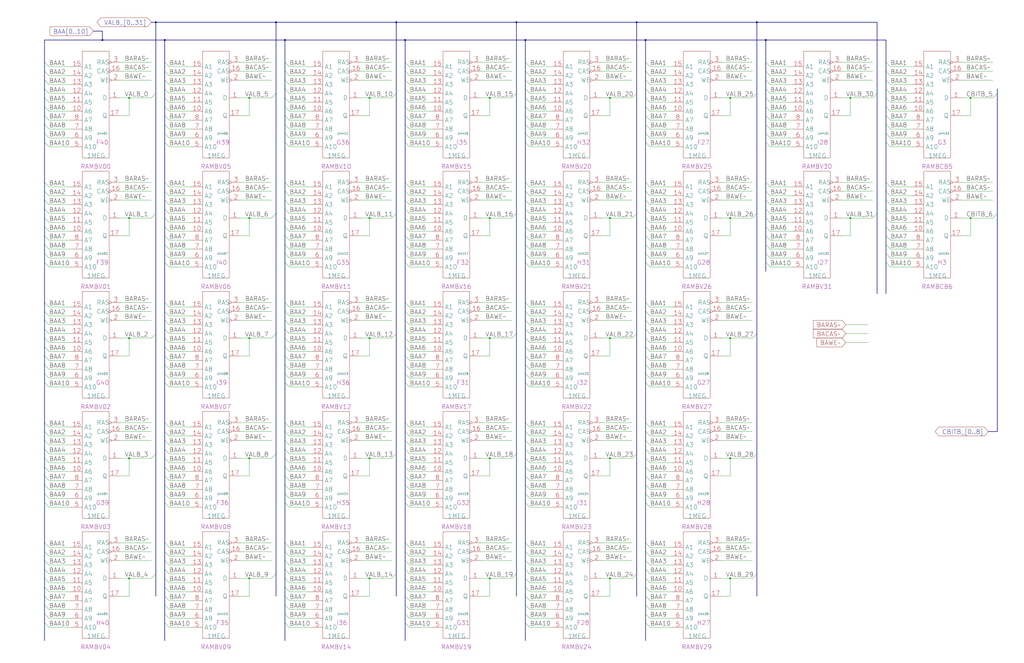
<source format=kicad_sch>
(kicad_sch (version 20230121) (generator eeschema)
  (paper "User" 584.2 378.46)
  (title_block (title "PLANEB DYNAMIC RAMS\\nVAL BITS 0-31\\nCHECK BITS 5-6") (date "08-MAR-90") (rev "0.0") (comment 1 "MEM32 BOARD") (comment 2 "232-003066") (comment 3 "S400") (comment 4 "RELEASED"))
  (junction (at 553.72 124.46))
  (junction (at 416.56 261.62))
  (junction (at 157.48 12.7))
  (junction (at 142.24 193.04))
  (junction (at 226.06 12.7))
  (junction (at 73.66 55.88))
  (junction (at 93.98 22.86))
  (junction (at 142.24 330.2))
  (junction (at 279.4 330.2))
  (junction (at 347.98 261.62))
  (junction (at 231.14 22.86))
  (junction (at 279.4 261.62))
  (junction (at 73.66 193.04))
  (junction (at 279.4 124.46))
  (junction (at 347.98 124.46))
  (junction (at 210.82 330.2))
  (junction (at 142.24 55.88))
  (junction (at 210.82 124.46))
  (junction (at 142.24 124.46))
  (junction (at 162.56 22.86))
  (junction (at 416.56 330.2))
  (junction (at 347.98 193.04))
  (junction (at 416.56 124.46))
  (junction (at 73.66 124.46))
  (junction (at 431.8 12.7))
  (junction (at 436.88 22.86))
  (junction (at 347.98 330.2))
  (junction (at 416.56 55.88))
  (junction (at 347.98 55.88))
  (junction (at 73.66 330.2))
  (junction (at 294.64 12.7))
  (junction (at 73.66 261.62))
  (junction (at 368.3 22.86))
  (junction (at 553.72 55.88))
  (junction (at 88.9 12.7))
  (junction (at 279.4 193.04))
  (junction (at 210.82 193.04))
  (junction (at 58.42 22.86))
  (junction (at 299.72 22.86))
  (junction (at 485.14 124.46))
  (junction (at 279.4 55.88))
  (junction (at 363.22 12.7))
  (junction (at 416.56 193.04))
  (junction (at 210.82 55.88))
  (junction (at 210.82 261.62))
  (junction (at 485.14 55.88))
  (junction (at 142.24 261.62))
  (bus_entry (at 231.14 35.56) (size 2.54 2.54))
  (bus_entry (at 25.4 266.7) (size 2.54 2.54))
  (bus_entry (at 25.4 256.54) (size 2.54 2.54))
  (bus_entry (at 93.98 114.3) (size 2.54 2.54))
  (bus_entry (at 157.48 190.5) (size -2.54 2.54))
  (bus_entry (at 25.4 330.2) (size 2.54 2.54))
  (bus_entry (at 299.72 187.96) (size 2.54 2.54))
  (bus_entry (at 431.8 121.92) (size -2.54 2.54))
  (bus_entry (at 231.14 330.2) (size 2.54 2.54))
  (bus_entry (at 505.46 119.38) (size 2.54 2.54))
  (bus_entry (at 294.64 190.5) (size -2.54 2.54))
  (bus_entry (at 436.88 40.64) (size 2.54 2.54))
  (bus_entry (at 294.64 53.34) (size -2.54 2.54))
  (bus_entry (at 93.98 193.04) (size 2.54 2.54))
  (bus_entry (at 162.56 139.7) (size 2.54 2.54))
  (bus_entry (at 25.4 172.72) (size 2.54 2.54))
  (bus_entry (at 25.4 213.36) (size 2.54 2.54))
  (bus_entry (at 88.9 190.5) (size -2.54 2.54))
  (bus_entry (at 162.56 213.36) (size 2.54 2.54))
  (bus_entry (at 162.56 330.2) (size 2.54 2.54))
  (bus_entry (at 93.98 187.96) (size 2.54 2.54))
  (bus_entry (at 436.88 55.88) (size 2.54 2.54))
  (bus_entry (at 25.4 193.04) (size 2.54 2.54))
  (bus_entry (at 368.3 129.54) (size 2.54 2.54))
  (bus_entry (at 231.14 187.96) (size 2.54 2.54))
  (bus_entry (at 299.72 35.56) (size 2.54 2.54))
  (bus_entry (at 436.88 129.54) (size 2.54 2.54))
  (bus_entry (at 162.56 355.6) (size 2.54 2.54))
  (bus_entry (at 436.88 134.62) (size 2.54 2.54))
  (bus_entry (at 231.14 198.12) (size 2.54 2.54))
  (bus_entry (at 505.46 35.56) (size 2.54 2.54))
  (bus_entry (at 299.72 114.3) (size 2.54 2.54))
  (bus_entry (at 431.8 259.08) (size -2.54 2.54))
  (bus_entry (at 368.3 241.3) (size 2.54 2.54))
  (bus_entry (at 231.14 218.44) (size 2.54 2.54))
  (bus_entry (at 231.14 193.04) (size 2.54 2.54))
  (bus_entry (at 368.3 198.12) (size 2.54 2.54))
  (bus_entry (at 93.98 335.28) (size 2.54 2.54))
  (bus_entry (at 231.14 66.04) (size 2.54 2.54))
  (bus_entry (at 93.98 276.86) (size 2.54 2.54))
  (bus_entry (at 436.88 60.96) (size 2.54 2.54))
  (bus_entry (at 299.72 139.7) (size 2.54 2.54))
  (bus_entry (at 93.98 76.2) (size 2.54 2.54))
  (bus_entry (at 299.72 314.96) (size 2.54 2.54))
  (bus_entry (at 25.4 182.88) (size 2.54 2.54))
  (bus_entry (at 231.14 182.88) (size 2.54 2.54))
  (bus_entry (at 231.14 149.86) (size 2.54 2.54))
  (bus_entry (at 299.72 172.72) (size 2.54 2.54))
  (bus_entry (at 25.4 71.12) (size 2.54 2.54))
  (bus_entry (at 162.56 309.88) (size 2.54 2.54))
  (bus_entry (at 231.14 261.62) (size 2.54 2.54))
  (bus_entry (at 25.4 149.86) (size 2.54 2.54))
  (bus_entry (at 93.98 261.62) (size 2.54 2.54))
  (bus_entry (at 436.88 104.14) (size 2.54 2.54))
  (bus_entry (at 231.14 340.36) (size 2.54 2.54))
  (bus_entry (at 25.4 287.02) (size 2.54 2.54))
  (bus_entry (at 299.72 60.96) (size 2.54 2.54))
  (bus_entry (at 162.56 182.88) (size 2.54 2.54))
  (bus_entry (at 368.3 66.04) (size 2.54 2.54))
  (bus_entry (at 162.56 66.04) (size 2.54 2.54))
  (bus_entry (at 162.56 251.46) (size 2.54 2.54))
  (bus_entry (at 93.98 104.14) (size 2.54 2.54))
  (bus_entry (at 231.14 60.96) (size 2.54 2.54))
  (bus_entry (at 299.72 193.04) (size 2.54 2.54))
  (bus_entry (at 363.22 121.92) (size -2.54 2.54))
  (bus_entry (at 25.4 109.22) (size 2.54 2.54))
  (bus_entry (at 294.64 327.66) (size -2.54 2.54))
  (bus_entry (at 93.98 149.86) (size 2.54 2.54))
  (bus_entry (at 93.98 198.12) (size 2.54 2.54))
  (bus_entry (at 25.4 325.12) (size 2.54 2.54))
  (bus_entry (at 436.88 81.28) (size 2.54 2.54))
  (bus_entry (at 368.3 124.46) (size 2.54 2.54))
  (bus_entry (at 25.4 104.14) (size 2.54 2.54))
  (bus_entry (at 294.64 121.92) (size -2.54 2.54))
  (bus_entry (at 368.3 109.22) (size 2.54 2.54))
  (bus_entry (at 93.98 309.88) (size 2.54 2.54))
  (bus_entry (at 299.72 309.88) (size 2.54 2.54))
  (bus_entry (at 93.98 320.04) (size 2.54 2.54))
  (bus_entry (at 25.4 241.3) (size 2.54 2.54))
  (bus_entry (at 299.72 246.38) (size 2.54 2.54))
  (bus_entry (at 93.98 40.64) (size 2.54 2.54))
  (bus_entry (at 162.56 104.14) (size 2.54 2.54))
  (bus_entry (at 93.98 50.8) (size 2.54 2.54))
  (bus_entry (at 368.3 40.64) (size 2.54 2.54))
  (bus_entry (at 25.4 314.96) (size 2.54 2.54))
  (bus_entry (at 93.98 266.7) (size 2.54 2.54))
  (bus_entry (at 162.56 271.78) (size 2.54 2.54))
  (bus_entry (at 162.56 241.3) (size 2.54 2.54))
  (bus_entry (at 25.4 350.52) (size 2.54 2.54))
  (bus_entry (at 93.98 350.52) (size 2.54 2.54))
  (bus_entry (at 25.4 218.44) (size 2.54 2.54))
  (bus_entry (at 368.3 71.12) (size 2.54 2.54))
  (bus_entry (at 231.14 271.78) (size 2.54 2.54))
  (bus_entry (at 231.14 350.52) (size 2.54 2.54))
  (bus_entry (at 299.72 213.36) (size 2.54 2.54))
  (bus_entry (at 368.3 144.78) (size 2.54 2.54))
  (bus_entry (at 368.3 45.72) (size 2.54 2.54))
  (bus_entry (at 93.98 134.62) (size 2.54 2.54))
  (bus_entry (at 505.46 134.62) (size 2.54 2.54))
  (bus_entry (at 231.14 76.2) (size 2.54 2.54))
  (bus_entry (at 93.98 340.36) (size 2.54 2.54))
  (bus_entry (at 25.4 187.96) (size 2.54 2.54))
  (bus_entry (at 25.4 134.62) (size 2.54 2.54))
  (bus_entry (at 368.3 134.62) (size 2.54 2.54))
  (bus_entry (at 299.72 182.88) (size 2.54 2.54))
  (bus_entry (at 162.56 149.86) (size 2.54 2.54))
  (bus_entry (at 231.14 203.2) (size 2.54 2.54))
  (bus_entry (at 299.72 330.2) (size 2.54 2.54))
  (bus_entry (at 162.56 340.36) (size 2.54 2.54))
  (bus_entry (at 299.72 256.54) (size 2.54 2.54))
  (bus_entry (at 93.98 45.72) (size 2.54 2.54))
  (bus_entry (at 231.14 355.6) (size 2.54 2.54))
  (bus_entry (at 25.4 335.28) (size 2.54 2.54))
  (bus_entry (at 93.98 314.96) (size 2.54 2.54))
  (bus_entry (at 368.3 309.88) (size 2.54 2.54))
  (bus_entry (at 88.9 121.92) (size -2.54 2.54))
  (bus_entry (at 162.56 55.88) (size 2.54 2.54))
  (bus_entry (at 162.56 335.28) (size 2.54 2.54))
  (bus_entry (at 88.9 53.34) (size -2.54 2.54))
  (bus_entry (at 93.98 213.36) (size 2.54 2.54))
  (bus_entry (at 231.14 109.22) (size 2.54 2.54))
  (bus_entry (at 162.56 76.2) (size 2.54 2.54))
  (bus_entry (at 162.56 71.12) (size 2.54 2.54))
  (bus_entry (at 299.72 81.28) (size 2.54 2.54))
  (bus_entry (at 88.9 327.66) (size -2.54 2.54))
  (bus_entry (at 162.56 218.44) (size 2.54 2.54))
  (bus_entry (at 299.72 76.2) (size 2.54 2.54))
  (bus_entry (at 162.56 134.62) (size 2.54 2.54))
  (bus_entry (at 505.46 40.64) (size 2.54 2.54))
  (bus_entry (at 162.56 325.12) (size 2.54 2.54))
  (bus_entry (at 162.56 81.28) (size 2.54 2.54))
  (bus_entry (at 294.64 259.08) (size -2.54 2.54))
  (bus_entry (at 505.46 104.14) (size 2.54 2.54))
  (bus_entry (at 162.56 40.64) (size 2.54 2.54))
  (bus_entry (at 505.46 124.46) (size 2.54 2.54))
  (bus_entry (at 299.72 177.8) (size 2.54 2.54))
  (bus_entry (at 162.56 193.04) (size 2.54 2.54))
  (bus_entry (at 162.56 109.22) (size 2.54 2.54))
  (bus_entry (at 231.14 55.88) (size 2.54 2.54))
  (bus_entry (at 431.8 327.66) (size -2.54 2.54))
  (bus_entry (at 231.14 325.12) (size 2.54 2.54))
  (bus_entry (at 368.3 276.86) (size 2.54 2.54))
  (bus_entry (at 157.48 259.08) (size -2.54 2.54))
  (bus_entry (at 436.88 50.8) (size 2.54 2.54))
  (bus_entry (at 157.48 327.66) (size -2.54 2.54))
  (bus_entry (at 368.3 355.6) (size 2.54 2.54))
  (bus_entry (at 299.72 281.94) (size 2.54 2.54))
  (bus_entry (at 25.4 203.2) (size 2.54 2.54))
  (bus_entry (at 299.72 350.52) (size 2.54 2.54))
  (bus_entry (at 505.46 139.7) (size 2.54 2.54))
  (bus_entry (at 231.14 40.64) (size 2.54 2.54))
  (bus_entry (at 505.46 71.12) (size 2.54 2.54))
  (bus_entry (at 368.3 172.72) (size 2.54 2.54))
  (bus_entry (at 231.14 50.8) (size 2.54 2.54))
  (bus_entry (at 368.3 149.86) (size 2.54 2.54))
  (bus_entry (at 368.3 320.04) (size 2.54 2.54))
  (bus_entry (at 299.72 66.04) (size 2.54 2.54))
  (bus_entry (at 231.14 71.12) (size 2.54 2.54))
  (bus_entry (at 368.3 350.52) (size 2.54 2.54))
  (bus_entry (at 226.06 259.08) (size -2.54 2.54))
  (bus_entry (at 93.98 251.46) (size 2.54 2.54))
  (bus_entry (at 93.98 330.2) (size 2.54 2.54))
  (bus_entry (at 431.8 190.5) (size -2.54 2.54))
  (bus_entry (at 231.14 177.8) (size 2.54 2.54))
  (bus_entry (at 93.98 208.28) (size 2.54 2.54))
  (bus_entry (at 93.98 124.46) (size 2.54 2.54))
  (bus_entry (at 231.14 114.3) (size 2.54 2.54))
  (bus_entry (at 299.72 335.28) (size 2.54 2.54))
  (bus_entry (at 93.98 218.44) (size 2.54 2.54))
  (bus_entry (at 162.56 187.96) (size 2.54 2.54))
  (bus_entry (at 436.88 124.46) (size 2.54 2.54))
  (bus_entry (at 93.98 139.7) (size 2.54 2.54))
  (bus_entry (at 368.3 218.44) (size 2.54 2.54))
  (bus_entry (at 162.56 60.96) (size 2.54 2.54))
  (bus_entry (at 299.72 241.3) (size 2.54 2.54))
  (bus_entry (at 226.06 327.66) (size -2.54 2.54))
  (bus_entry (at 436.88 114.3) (size 2.54 2.54))
  (bus_entry (at 368.3 281.94) (size 2.54 2.54))
  (bus_entry (at 25.4 177.8) (size 2.54 2.54))
  (bus_entry (at 25.4 276.86) (size 2.54 2.54))
  (bus_entry (at 93.98 81.28) (size 2.54 2.54))
  (bus_entry (at 299.72 134.62) (size 2.54 2.54))
  (bus_entry (at 93.98 66.04) (size 2.54 2.54))
  (bus_entry (at 368.3 76.2) (size 2.54 2.54))
  (bus_entry (at 299.72 218.44) (size 2.54 2.54))
  (bus_entry (at 25.4 124.46) (size 2.54 2.54))
  (bus_entry (at 299.72 104.14) (size 2.54 2.54))
  (bus_entry (at 162.56 266.7) (size 2.54 2.54))
  (bus_entry (at 436.88 119.38) (size 2.54 2.54))
  (bus_entry (at 363.22 53.34) (size -2.54 2.54))
  (bus_entry (at 93.98 172.72) (size 2.54 2.54))
  (bus_entry (at 162.56 261.62) (size 2.54 2.54))
  (bus_entry (at 25.4 50.8) (size 2.54 2.54))
  (bus_entry (at 368.3 271.78) (size 2.54 2.54))
  (bus_entry (at 368.3 330.2) (size 2.54 2.54))
  (bus_entry (at 25.4 129.54) (size 2.54 2.54))
  (bus_entry (at 363.22 327.66) (size -2.54 2.54))
  (bus_entry (at 368.3 177.8) (size 2.54 2.54))
  (bus_entry (at 299.72 320.04) (size 2.54 2.54))
  (bus_entry (at 231.14 256.54) (size 2.54 2.54))
  (bus_entry (at 368.3 193.04) (size 2.54 2.54))
  (bus_entry (at 299.72 287.02) (size 2.54 2.54))
  (bus_entry (at 368.3 314.96) (size 2.54 2.54))
  (bus_entry (at 162.56 45.72) (size 2.54 2.54))
  (bus_entry (at 25.4 76.2) (size 2.54 2.54))
  (bus_entry (at 368.3 50.8) (size 2.54 2.54))
  (bus_entry (at 231.14 208.28) (size 2.54 2.54))
  (bus_entry (at 299.72 129.54) (size 2.54 2.54))
  (bus_entry (at 25.4 261.62) (size 2.54 2.54))
  (bus_entry (at 505.46 66.04) (size 2.54 2.54))
  (bus_entry (at 431.8 53.34) (size -2.54 2.54))
  (bus_entry (at 231.14 281.94) (size 2.54 2.54))
  (bus_entry (at 505.46 114.3) (size 2.54 2.54))
  (bus_entry (at 25.4 139.7) (size 2.54 2.54))
  (bus_entry (at 368.3 335.28) (size 2.54 2.54))
  (bus_entry (at 368.3 325.12) (size 2.54 2.54))
  (bus_entry (at 162.56 50.8) (size 2.54 2.54))
  (bus_entry (at 162.56 314.96) (size 2.54 2.54))
  (bus_entry (at 368.3 256.54) (size 2.54 2.54))
  (bus_entry (at 299.72 271.78) (size 2.54 2.54))
  (bus_entry (at 162.56 320.04) (size 2.54 2.54))
  (bus_entry (at 162.56 276.86) (size 2.54 2.54))
  (bus_entry (at 162.56 287.02) (size 2.54 2.54))
  (bus_entry (at 299.72 208.28) (size 2.54 2.54))
  (bus_entry (at 505.46 55.88) (size 2.54 2.54))
  (bus_entry (at 231.14 335.28) (size 2.54 2.54))
  (bus_entry (at 436.88 109.22) (size 2.54 2.54))
  (bus_entry (at 436.88 45.72) (size 2.54 2.54))
  (bus_entry (at 231.14 124.46) (size 2.54 2.54))
  (bus_entry (at 162.56 172.72) (size 2.54 2.54))
  (bus_entry (at 500.38 53.34) (size -2.54 2.54))
  (bus_entry (at 368.3 119.38) (size 2.54 2.54))
  (bus_entry (at 93.98 182.88) (size 2.54 2.54))
  (bus_entry (at 93.98 287.02) (size 2.54 2.54))
  (bus_entry (at 93.98 325.12) (size 2.54 2.54))
  (bus_entry (at 368.3 182.88) (size 2.54 2.54))
  (bus_entry (at 231.14 144.78) (size 2.54 2.54))
  (bus_entry (at 436.88 149.86) (size 2.54 2.54))
  (bus_entry (at 25.4 35.56) (size 2.54 2.54))
  (bus_entry (at 363.22 259.08) (size -2.54 2.54))
  (bus_entry (at 368.3 251.46) (size 2.54 2.54))
  (bus_entry (at 25.4 251.46) (size 2.54 2.54))
  (bus_entry (at 231.14 309.88) (size 2.54 2.54))
  (bus_entry (at 505.46 60.96) (size 2.54 2.54))
  (bus_entry (at 162.56 198.12) (size 2.54 2.54))
  (bus_entry (at 93.98 55.88) (size 2.54 2.54))
  (bus_entry (at 368.3 266.7) (size 2.54 2.54))
  (bus_entry (at 157.48 53.34) (size -2.54 2.54))
  (bus_entry (at 162.56 350.52) (size 2.54 2.54))
  (bus_entry (at 231.14 119.38) (size 2.54 2.54))
  (bus_entry (at 436.88 71.12) (size 2.54 2.54))
  (bus_entry (at 25.4 144.78) (size 2.54 2.54))
  (bus_entry (at 25.4 55.88) (size 2.54 2.54))
  (bus_entry (at 162.56 114.3) (size 2.54 2.54))
  (bus_entry (at 226.06 190.5) (size -2.54 2.54))
  (bus_entry (at 231.14 246.38) (size 2.54 2.54))
  (bus_entry (at 231.14 81.28) (size 2.54 2.54))
  (bus_entry (at 226.06 53.34) (size -2.54 2.54))
  (bus_entry (at 25.4 40.64) (size 2.54 2.54))
  (bus_entry (at 25.4 345.44) (size 2.54 2.54))
  (bus_entry (at 299.72 203.2) (size 2.54 2.54))
  (bus_entry (at 505.46 76.2) (size 2.54 2.54))
  (bus_entry (at 231.14 287.02) (size 2.54 2.54))
  (bus_entry (at 231.14 320.04) (size 2.54 2.54))
  (bus_entry (at 368.3 114.3) (size 2.54 2.54))
  (bus_entry (at 368.3 246.38) (size 2.54 2.54))
  (bus_entry (at 368.3 55.88) (size 2.54 2.54))
  (bus_entry (at 25.4 60.96) (size 2.54 2.54))
  (bus_entry (at 505.46 50.8) (size 2.54 2.54))
  (bus_entry (at 299.72 251.46) (size 2.54 2.54))
  (bus_entry (at 231.14 266.7) (size 2.54 2.54))
  (bus_entry (at 505.46 45.72) (size 2.54 2.54))
  (bus_entry (at 299.72 124.46) (size 2.54 2.54))
  (bus_entry (at 93.98 345.44) (size 2.54 2.54))
  (bus_entry (at 25.4 320.04) (size 2.54 2.54))
  (bus_entry (at 368.3 60.96) (size 2.54 2.54))
  (bus_entry (at 88.9 259.08) (size -2.54 2.54))
  (bus_entry (at 299.72 109.22) (size 2.54 2.54))
  (bus_entry (at 505.46 109.22) (size 2.54 2.54))
  (bus_entry (at 231.14 251.46) (size 2.54 2.54))
  (bus_entry (at 368.3 340.36) (size 2.54 2.54))
  (bus_entry (at 162.56 281.94) (size 2.54 2.54))
  (bus_entry (at 368.3 139.7) (size 2.54 2.54))
  (bus_entry (at 157.48 121.92) (size -2.54 2.54))
  (bus_entry (at 368.3 203.2) (size 2.54 2.54))
  (bus_entry (at 568.96 121.92) (size -2.54 2.54))
  (bus_entry (at 231.14 104.14) (size 2.54 2.54))
  (bus_entry (at 368.3 213.36) (size 2.54 2.54))
  (bus_entry (at 436.88 144.78) (size 2.54 2.54))
  (bus_entry (at 500.38 121.92) (size -2.54 2.54))
  (bus_entry (at 93.98 119.38) (size 2.54 2.54))
  (bus_entry (at 299.72 266.7) (size 2.54 2.54))
  (bus_entry (at 162.56 119.38) (size 2.54 2.54))
  (bus_entry (at 93.98 109.22) (size 2.54 2.54))
  (bus_entry (at 299.72 119.38) (size 2.54 2.54))
  (bus_entry (at 93.98 271.78) (size 2.54 2.54))
  (bus_entry (at 231.14 172.72) (size 2.54 2.54))
  (bus_entry (at 505.46 81.28) (size 2.54 2.54))
  (bus_entry (at 93.98 203.2) (size 2.54 2.54))
  (bus_entry (at 299.72 325.12) (size 2.54 2.54))
  (bus_entry (at 368.3 261.62) (size 2.54 2.54))
  (bus_entry (at 505.46 149.86) (size 2.54 2.54))
  (bus_entry (at 93.98 241.3) (size 2.54 2.54))
  (bus_entry (at 93.98 129.54) (size 2.54 2.54))
  (bus_entry (at 93.98 177.8) (size 2.54 2.54))
  (bus_entry (at 231.14 345.44) (size 2.54 2.54))
  (bus_entry (at 299.72 71.12) (size 2.54 2.54))
  (bus_entry (at 299.72 45.72) (size 2.54 2.54))
  (bus_entry (at 299.72 55.88) (size 2.54 2.54))
  (bus_entry (at 25.4 309.88) (size 2.54 2.54))
  (bus_entry (at 162.56 246.38) (size 2.54 2.54))
  (bus_entry (at 368.3 345.44) (size 2.54 2.54))
  (bus_entry (at 162.56 124.46) (size 2.54 2.54))
  (bus_entry (at 299.72 144.78) (size 2.54 2.54))
  (bus_entry (at 299.72 40.64) (size 2.54 2.54))
  (bus_entry (at 505.46 129.54) (size 2.54 2.54))
  (bus_entry (at 368.3 35.56) (size 2.54 2.54))
  (bus_entry (at 93.98 144.78) (size 2.54 2.54))
  (bus_entry (at 25.4 81.28) (size 2.54 2.54))
  (bus_entry (at 299.72 345.44) (size 2.54 2.54))
  (bus_entry (at 299.72 149.86) (size 2.54 2.54))
  (bus_entry (at 368.3 187.96) (size 2.54 2.54))
  (bus_entry (at 231.14 314.96) (size 2.54 2.54))
  (bus_entry (at 436.88 35.56) (size 2.54 2.54))
  (bus_entry (at 231.14 134.62) (size 2.54 2.54))
  (bus_entry (at 162.56 129.54) (size 2.54 2.54))
  (bus_entry (at 231.14 139.7) (size 2.54 2.54))
  (bus_entry (at 25.4 114.3) (size 2.54 2.54))
  (bus_entry (at 436.88 66.04) (size 2.54 2.54))
  (bus_entry (at 25.4 246.38) (size 2.54 2.54))
  (bus_entry (at 436.88 139.7) (size 2.54 2.54))
  (bus_entry (at 25.4 66.04) (size 2.54 2.54))
  (bus_entry (at 231.14 213.36) (size 2.54 2.54))
  (bus_entry (at 162.56 203.2) (size 2.54 2.54))
  (bus_entry (at 25.4 271.78) (size 2.54 2.54))
  (bus_entry (at 368.3 81.28) (size 2.54 2.54))
  (bus_entry (at 299.72 198.12) (size 2.54 2.54))
  (bus_entry (at 93.98 281.94) (size 2.54 2.54))
  (bus_entry (at 231.14 276.86) (size 2.54 2.54))
  (bus_entry (at 368.3 287.02) (size 2.54 2.54))
  (bus_entry (at 299.72 276.86) (size 2.54 2.54))
  (bus_entry (at 299.72 355.6) (size 2.54 2.54))
  (bus_entry (at 162.56 208.28) (size 2.54 2.54))
  (bus_entry (at 162.56 345.44) (size 2.54 2.54))
  (bus_entry (at 25.4 119.38) (size 2.54 2.54))
  (bus_entry (at 25.4 45.72) (size 2.54 2.54))
  (bus_entry (at 299.72 261.62) (size 2.54 2.54))
  (bus_entry (at 162.56 35.56) (size 2.54 2.54))
  (bus_entry (at 93.98 71.12) (size 2.54 2.54))
  (bus_entry (at 505.46 144.78) (size 2.54 2.54))
  (bus_entry (at 25.4 198.12) (size 2.54 2.54))
  (bus_entry (at 162.56 177.8) (size 2.54 2.54))
  (bus_entry (at 568.96 53.34) (size -2.54 2.54))
  (bus_entry (at 93.98 60.96) (size 2.54 2.54))
  (bus_entry (at 93.98 355.6) (size 2.54 2.54))
  (bus_entry (at 25.4 208.28) (size 2.54 2.54))
  (bus_entry (at 162.56 256.54) (size 2.54 2.54))
  (bus_entry (at 299.72 50.8) (size 2.54 2.54))
  (bus_entry (at 93.98 35.56) (size 2.54 2.54))
  (bus_entry (at 93.98 246.38) (size 2.54 2.54))
  (bus_entry (at 25.4 355.6) (size 2.54 2.54))
  (bus_entry (at 368.3 208.28) (size 2.54 2.54))
  (bus_entry (at 25.4 340.36) (size 2.54 2.54))
  (bus_entry (at 231.14 241.3) (size 2.54 2.54))
  (bus_entry (at 226.06 121.92) (size -2.54 2.54))
  (bus_entry (at 162.56 144.78) (size 2.54 2.54))
  (bus_entry (at 25.4 281.94) (size 2.54 2.54))
  (bus_entry (at 363.22 190.5) (size -2.54 2.54))
  (bus_entry (at 231.14 129.54) (size 2.54 2.54))
  (bus_entry (at 231.14 45.72) (size 2.54 2.54))
  (bus_entry (at 436.88 76.2) (size 2.54 2.54))
  (bus_entry (at 299.72 340.36) (size 2.54 2.54))
  (bus_entry (at 93.98 256.54) (size 2.54 2.54))
  (bus_entry (at 368.3 104.14) (size 2.54 2.54))
  (wire (pts (xy 68.58 251.46) (xy 86.36 251.46)))
  (bus (pts (xy 431.8 259.08) (xy 431.8 327.66)))
  (bus (pts (xy 368.3 213.36) (xy 368.3 218.44)))
  (wire (pts (xy 485.14 55.88) (xy 497.84 55.88)))
  (bus (pts (xy 368.3 149.86) (xy 368.3 172.72)))
  (wire (pts (xy 73.66 134.62) (xy 73.66 124.46)))
  (bus (pts (xy 231.14 213.36) (xy 231.14 218.44)))
  (wire (pts (xy 142.24 134.62) (xy 142.24 124.46)))
  (wire (pts (xy 482.6 190.5) (xy 495.3 190.5)))
  (wire (pts (xy 205.74 35.56) (xy 223.52 35.56)))
  (bus (pts (xy 299.72 241.3) (xy 299.72 246.38)))
  (wire (pts (xy 370.84 353.06) (xy 383.54 353.06)))
  (bus (pts (xy 162.56 251.46) (xy 162.56 256.54)))
  (wire (pts (xy 508 137.16) (xy 520.7 137.16)))
  (wire (pts (xy 302.26 279.4) (xy 314.96 279.4)))
  (wire (pts (xy 302.26 38.1) (xy 314.96 38.1)))
  (wire (pts (xy 302.26 274.32) (xy 314.96 274.32)))
  (wire (pts (xy 279.4 124.46) (xy 292.1 124.46)))
  (wire (pts (xy 370.84 152.4) (xy 383.54 152.4)))
  (wire (pts (xy 165.1 147.32) (xy 177.8 147.32)))
  (wire (pts (xy 411.48 203.2) (xy 416.56 203.2)))
  (wire (pts (xy 68.58 241.3) (xy 86.36 241.3)))
  (bus (pts (xy 368.3 134.62) (xy 368.3 139.7)))
  (bus (pts (xy 86.36 12.7) (xy 88.9 12.7)))
  (wire (pts (xy 27.94 347.98) (xy 40.64 347.98)))
  (wire (pts (xy 96.52 137.16) (xy 109.22 137.16)))
  (wire (pts (xy 233.68 190.5) (xy 246.38 190.5)))
  (wire (pts (xy 96.52 312.42) (xy 109.22 312.42)))
  (bus (pts (xy 93.98 66.04) (xy 93.98 71.12)))
  (bus (pts (xy 299.72 182.88) (xy 299.72 187.96)))
  (wire (pts (xy 279.4 134.62) (xy 279.4 124.46)))
  (wire (pts (xy 137.16 124.46) (xy 142.24 124.46)))
  (wire (pts (xy 68.58 66.04) (xy 73.66 66.04)))
  (bus (pts (xy 563.88 246.38) (xy 568.96 246.38)))
  (bus (pts (xy 93.98 266.7) (xy 93.98 271.78)))
  (wire (pts (xy 553.72 134.62) (xy 553.72 124.46)))
  (bus (pts (xy 93.98 261.62) (xy 93.98 266.7)))
  (bus (pts (xy 231.14 251.46) (xy 231.14 256.54)))
  (wire (pts (xy 142.24 203.2) (xy 142.24 193.04)))
  (bus (pts (xy 368.3 314.96) (xy 368.3 320.04)))
  (bus (pts (xy 431.8 327.66) (xy 431.8 340.36)))
  (bus (pts (xy 231.14 35.56) (xy 231.14 40.64)))
  (wire (pts (xy 27.94 353.06) (xy 40.64 353.06)))
  (bus (pts (xy 162.56 60.96) (xy 162.56 66.04)))
  (wire (pts (xy 342.9 314.96) (xy 360.68 314.96)))
  (bus (pts (xy 162.56 119.38) (xy 162.56 124.46)))
  (bus (pts (xy 368.3 66.04) (xy 368.3 71.12)))
  (bus (pts (xy 505.46 114.3) (xy 505.46 119.38)))
  (wire (pts (xy 233.68 38.1) (xy 246.38 38.1)))
  (bus (pts (xy 368.3 350.52) (xy 368.3 355.6)))
  (bus (pts (xy 25.4 335.28) (xy 25.4 340.36)))
  (bus (pts (xy 505.46 81.28) (xy 505.46 104.14)))
  (wire (pts (xy 302.26 347.98) (xy 314.96 347.98)))
  (wire (pts (xy 302.26 175.26) (xy 314.96 175.26)))
  (bus (pts (xy 505.46 45.72) (xy 505.46 50.8)))
  (bus (pts (xy 436.88 134.62) (xy 436.88 139.7)))
  (wire (pts (xy 27.94 132.08) (xy 40.64 132.08)))
  (bus (pts (xy 299.72 276.86) (xy 299.72 281.94)))
  (wire (pts (xy 342.9 193.04) (xy 347.98 193.04)))
  (wire (pts (xy 165.1 205.74) (xy 177.8 205.74)))
  (wire (pts (xy 137.16 320.04) (xy 154.94 320.04)))
  (bus (pts (xy 25.4 139.7) (xy 25.4 144.78)))
  (bus (pts (xy 93.98 287.02) (xy 93.98 309.88)))
  (wire (pts (xy 233.68 63.5) (xy 246.38 63.5)))
  (bus (pts (xy 299.72 256.54) (xy 299.72 261.62)))
  (wire (pts (xy 233.68 274.32) (xy 246.38 274.32)))
  (wire (pts (xy 370.84 43.18) (xy 383.54 43.18)))
  (bus (pts (xy 368.3 182.88) (xy 368.3 187.96)))
  (wire (pts (xy 27.94 200.66) (xy 40.64 200.66)))
  (wire (pts (xy 165.1 220.98) (xy 177.8 220.98)))
  (wire (pts (xy 165.1 48.26) (xy 177.8 48.26)))
  (bus (pts (xy 25.4 119.38) (xy 25.4 124.46)))
  (bus (pts (xy 436.88 124.46) (xy 436.88 129.54)))
  (wire (pts (xy 27.94 312.42) (xy 40.64 312.42)))
  (wire (pts (xy 411.48 320.04) (xy 429.26 320.04)))
  (wire (pts (xy 165.1 190.5) (xy 177.8 190.5)))
  (bus (pts (xy 162.56 193.04) (xy 162.56 198.12)))
  (bus (pts (xy 162.56 149.86) (xy 162.56 172.72)))
  (wire (pts (xy 68.58 320.04) (xy 86.36 320.04)))
  (wire (pts (xy 302.26 83.82) (xy 314.96 83.82)))
  (wire (pts (xy 370.84 53.34) (xy 383.54 53.34)))
  (wire (pts (xy 210.82 134.62) (xy 210.82 124.46)))
  (bus (pts (xy 299.72 22.86) (xy 299.72 35.56)))
  (wire (pts (xy 233.68 142.24) (xy 246.38 142.24)))
  (wire (pts (xy 370.84 358.14) (xy 383.54 358.14)))
  (wire (pts (xy 370.84 38.1) (xy 383.54 38.1)))
  (bus (pts (xy 25.4 350.52) (xy 25.4 355.6)))
  (wire (pts (xy 205.74 193.04) (xy 210.82 193.04)))
  (wire (pts (xy 370.84 106.68) (xy 383.54 106.68)))
  (wire (pts (xy 302.26 63.5) (xy 314.96 63.5)))
  (bus (pts (xy 368.3 193.04) (xy 368.3 198.12)))
  (bus (pts (xy 299.72 266.7) (xy 299.72 271.78)))
  (bus (pts (xy 299.72 50.8) (xy 299.72 55.88)))
  (wire (pts (xy 27.94 195.58) (xy 40.64 195.58)))
  (wire (pts (xy 68.58 203.2) (xy 73.66 203.2)))
  (wire (pts (xy 274.32 314.96) (xy 292.1 314.96)))
  (bus (pts (xy 25.4 35.56) (xy 25.4 40.64)))
  (wire (pts (xy 137.16 271.78) (xy 142.24 271.78)))
  (wire (pts (xy 279.4 340.36) (xy 279.4 330.2)))
  (bus (pts (xy 231.14 276.86) (xy 231.14 281.94)))
  (bus (pts (xy 299.72 104.14) (xy 299.72 109.22)))
  (bus (pts (xy 231.14 119.38) (xy 231.14 124.46)))
  (bus (pts (xy 294.64 190.5) (xy 294.64 259.08)))
  (wire (pts (xy 347.98 203.2) (xy 347.98 193.04)))
  (bus (pts (xy 299.72 109.22) (xy 299.72 114.3)))
  (wire (pts (xy 233.68 342.9) (xy 246.38 342.9)))
  (bus (pts (xy 299.72 114.3) (xy 299.72 119.38)))
  (bus (pts (xy 231.14 350.52) (xy 231.14 355.6)))
  (bus (pts (xy 568.96 121.92) (xy 568.96 246.38)))
  (wire (pts (xy 27.94 248.92) (xy 40.64 248.92)))
  (bus (pts (xy 93.98 22.86) (xy 162.56 22.86)))
  (bus (pts (xy 299.72 76.2) (xy 299.72 81.28)))
  (bus (pts (xy 93.98 335.28) (xy 93.98 340.36)))
  (bus (pts (xy 25.4 309.88) (xy 25.4 314.96)))
  (wire (pts (xy 370.84 337.82) (xy 383.54 337.82)))
  (wire (pts (xy 370.84 175.26) (xy 383.54 175.26)))
  (wire (pts (xy 68.58 35.56) (xy 86.36 35.56)))
  (bus (pts (xy 53.34 17.78) (xy 58.42 17.78)))
  (bus (pts (xy 231.14 203.2) (xy 231.14 208.28)))
  (wire (pts (xy 370.84 248.92) (xy 383.54 248.92)))
  (wire (pts (xy 137.16 309.88) (xy 154.94 309.88)))
  (wire (pts (xy 205.74 177.8) (xy 223.52 177.8)))
  (wire (pts (xy 482.6 185.42) (xy 495.3 185.42)))
  (wire (pts (xy 508 106.68) (xy 520.7 106.68)))
  (wire (pts (xy 165.1 38.1) (xy 177.8 38.1)))
  (wire (pts (xy 342.9 109.22) (xy 360.68 109.22)))
  (wire (pts (xy 439.42 111.76) (xy 452.12 111.76)))
  (bus (pts (xy 368.3 276.86) (xy 368.3 281.94)))
  (bus (pts (xy 162.56 271.78) (xy 162.56 276.86)))
  (bus (pts (xy 436.88 119.38) (xy 436.88 124.46)))
  (bus (pts (xy 299.72 330.2) (xy 299.72 335.28)))
  (bus (pts (xy 25.4 193.04) (xy 25.4 198.12)))
  (wire (pts (xy 439.42 106.68) (xy 452.12 106.68)))
  (wire (pts (xy 302.26 152.4) (xy 314.96 152.4)))
  (wire (pts (xy 342.9 241.3) (xy 360.68 241.3)))
  (bus (pts (xy 368.3 355.6) (xy 368.3 365.76)))
  (wire (pts (xy 342.9 104.14) (xy 360.68 104.14)))
  (bus (pts (xy 88.9 12.7) (xy 157.48 12.7)))
  (wire (pts (xy 233.68 215.9) (xy 246.38 215.9)))
  (bus (pts (xy 505.46 40.64) (xy 505.46 45.72)))
  (wire (pts (xy 347.98 271.78) (xy 347.98 261.62)))
  (bus (pts (xy 58.42 22.86) (xy 93.98 22.86)))
  (bus (pts (xy 431.8 53.34) (xy 431.8 121.92)))
  (wire (pts (xy 27.94 175.26) (xy 40.64 175.26)))
  (bus (pts (xy 25.4 287.02) (xy 25.4 309.88)))
  (bus (pts (xy 231.14 281.94) (xy 231.14 287.02)))
  (bus (pts (xy 25.4 104.14) (xy 25.4 109.22)))
  (bus (pts (xy 299.72 81.28) (xy 299.72 104.14)))
  (bus (pts (xy 25.4 314.96) (xy 25.4 320.04)))
  (wire (pts (xy 302.26 322.58) (xy 314.96 322.58)))
  (bus (pts (xy 368.3 35.56) (xy 368.3 40.64)))
  (wire (pts (xy 480.06 134.62) (xy 485.14 134.62)))
  (wire (pts (xy 27.94 274.32) (xy 40.64 274.32)))
  (bus (pts (xy 93.98 208.28) (xy 93.98 213.36)))
  (wire (pts (xy 347.98 134.62) (xy 347.98 124.46)))
  (bus (pts (xy 88.9 259.08) (xy 88.9 327.66)))
  (wire (pts (xy 27.94 116.84) (xy 40.64 116.84)))
  (bus (pts (xy 93.98 187.96) (xy 93.98 193.04)))
  (wire (pts (xy 96.52 180.34) (xy 109.22 180.34)))
  (wire (pts (xy 96.52 58.42) (xy 109.22 58.42)))
  (wire (pts (xy 73.66 330.2) (xy 86.36 330.2)))
  (wire (pts (xy 411.48 35.56) (xy 429.26 35.56)))
  (bus (pts (xy 568.96 53.34) (xy 568.96 121.92)))
  (wire (pts (xy 342.9 246.38) (xy 360.68 246.38)))
  (bus (pts (xy 231.14 271.78) (xy 231.14 276.86)))
  (bus (pts (xy 231.14 50.8) (xy 231.14 55.88)))
  (wire (pts (xy 439.42 78.74) (xy 452.12 78.74)))
  (bus (pts (xy 505.46 104.14) (xy 505.46 109.22)))
  (bus (pts (xy 162.56 350.52) (xy 162.56 355.6)))
  (bus (pts (xy 25.4 40.64) (xy 25.4 45.72)))
  (wire (pts (xy 482.6 195.58) (xy 495.3 195.58)))
  (bus (pts (xy 25.4 266.7) (xy 25.4 271.78)))
  (bus (pts (xy 25.4 144.78) (xy 25.4 149.86)))
  (bus (pts (xy 157.48 190.5) (xy 157.48 259.08)))
  (bus (pts (xy 505.46 134.62) (xy 505.46 139.7)))
  (bus (pts (xy 299.72 335.28) (xy 299.72 340.36)))
  (bus (pts (xy 93.98 182.88) (xy 93.98 187.96)))
  (bus (pts (xy 368.3 139.7) (xy 368.3 144.78)))
  (bus (pts (xy 231.14 246.38) (xy 231.14 251.46)))
  (bus (pts (xy 162.56 50.8) (xy 162.56 55.88)))
  (wire (pts (xy 137.16 35.56) (xy 154.94 35.56)))
  (bus (pts (xy 505.46 109.22) (xy 505.46 114.3)))
  (wire (pts (xy 142.24 124.46) (xy 154.94 124.46)))
  (wire (pts (xy 96.52 322.58) (xy 109.22 322.58)))
  (bus (pts (xy 93.98 45.72) (xy 93.98 50.8)))
  (wire (pts (xy 142.24 261.62) (xy 154.94 261.62)))
  (bus (pts (xy 505.46 60.96) (xy 505.46 66.04)))
  (bus (pts (xy 299.72 134.62) (xy 299.72 139.7)))
  (bus (pts (xy 436.88 60.96) (xy 436.88 66.04)))
  (bus (pts (xy 231.14 182.88) (xy 231.14 187.96)))
  (bus (pts (xy 93.98 325.12) (xy 93.98 330.2)))
  (wire (pts (xy 27.94 327.66) (xy 40.64 327.66)))
  (bus (pts (xy 162.56 177.8) (xy 162.56 182.88)))
  (bus (pts (xy 25.4 261.62) (xy 25.4 266.7)))
  (wire (pts (xy 233.68 358.14) (xy 246.38 358.14)))
  (bus (pts (xy 299.72 198.12) (xy 299.72 203.2)))
  (bus (pts (xy 505.46 66.04) (xy 505.46 71.12)))
  (wire (pts (xy 370.84 68.58) (xy 383.54 68.58)))
  (wire (pts (xy 68.58 309.88) (xy 86.36 309.88)))
  (wire (pts (xy 411.48 172.72) (xy 429.26 172.72)))
  (bus (pts (xy 231.14 177.8) (xy 231.14 182.88)))
  (wire (pts (xy 274.32 104.14) (xy 292.1 104.14)))
  (wire (pts (xy 485.14 124.46) (xy 497.84 124.46)))
  (wire (pts (xy 342.9 309.88) (xy 360.68 309.88)))
  (bus (pts (xy 25.4 129.54) (xy 25.4 134.62)))
  (wire (pts (xy 370.84 127) (xy 383.54 127)))
  (wire (pts (xy 96.52 317.5) (xy 109.22 317.5)))
  (bus (pts (xy 436.88 66.04) (xy 436.88 71.12)))
  (wire (pts (xy 233.68 83.82) (xy 246.38 83.82)))
  (bus (pts (xy 231.14 129.54) (xy 231.14 134.62)))
  (bus (pts (xy 25.4 251.46) (xy 25.4 256.54)))
  (bus (pts (xy 368.3 345.44) (xy 368.3 350.52)))
  (wire (pts (xy 233.68 68.58) (xy 246.38 68.58)))
  (wire (pts (xy 27.94 83.82) (xy 40.64 83.82)))
  (bus (pts (xy 58.42 17.78) (xy 58.42 22.86)))
  (bus (pts (xy 88.9 190.5) (xy 88.9 259.08)))
  (wire (pts (xy 342.9 55.88) (xy 347.98 55.88)))
  (wire (pts (xy 347.98 193.04) (xy 360.68 193.04)))
  (bus (pts (xy 93.98 139.7) (xy 93.98 144.78)))
  (bus (pts (xy 431.8 12.7) (xy 431.8 53.34)))
  (wire (pts (xy 137.16 246.38) (xy 154.94 246.38)))
  (wire (pts (xy 73.66 124.46) (xy 86.36 124.46)))
  (wire (pts (xy 96.52 269.24) (xy 109.22 269.24)))
  (bus (pts (xy 505.46 124.46) (xy 505.46 129.54)))
  (wire (pts (xy 508 63.5) (xy 520.7 63.5)))
  (wire (pts (xy 233.68 137.16) (xy 246.38 137.16)))
  (bus (pts (xy 368.3 40.64) (xy 368.3 45.72)))
  (wire (pts (xy 165.1 68.58) (xy 177.8 68.58)))
  (bus (pts (xy 25.4 60.96) (xy 25.4 66.04)))
  (wire (pts (xy 342.9 340.36) (xy 347.98 340.36)))
  (wire (pts (xy 73.66 271.78) (xy 73.66 261.62)))
  (wire (pts (xy 205.74 45.72) (xy 223.52 45.72)))
  (wire (pts (xy 96.52 289.56) (xy 109.22 289.56)))
  (wire (pts (xy 302.26 73.66) (xy 314.96 73.66)))
  (wire (pts (xy 302.26 43.18) (xy 314.96 43.18)))
  (bus (pts (xy 368.3 271.78) (xy 368.3 276.86)))
  (wire (pts (xy 302.26 220.98) (xy 314.96 220.98)))
  (wire (pts (xy 96.52 106.68) (xy 109.22 106.68)))
  (wire (pts (xy 137.16 172.72) (xy 154.94 172.72)))
  (wire (pts (xy 370.84 264.16) (xy 383.54 264.16)))
  (bus (pts (xy 162.56 276.86) (xy 162.56 281.94)))
  (wire (pts (xy 96.52 121.92) (xy 109.22 121.92)))
  (bus (pts (xy 162.56 266.7) (xy 162.56 271.78)))
  (bus (pts (xy 162.56 35.56) (xy 162.56 40.64)))
  (bus (pts (xy 231.14 218.44) (xy 231.14 241.3)))
  (wire (pts (xy 411.48 309.88) (xy 429.26 309.88)))
  (wire (pts (xy 370.84 73.66) (xy 383.54 73.66)))
  (wire (pts (xy 370.84 279.4) (xy 383.54 279.4)))
  (wire (pts (xy 165.1 342.9) (xy 177.8 342.9)))
  (wire (pts (xy 302.26 142.24) (xy 314.96 142.24)))
  (bus (pts (xy 368.3 246.38) (xy 368.3 251.46)))
  (wire (pts (xy 439.42 63.5) (xy 452.12 63.5)))
  (wire (pts (xy 233.68 269.24) (xy 246.38 269.24)))
  (bus (pts (xy 299.72 281.94) (xy 299.72 287.02)))
  (bus (pts (xy 226.06 53.34) (xy 226.06 121.92)))
  (wire (pts (xy 342.9 45.72) (xy 360.68 45.72)))
  (wire (pts (xy 411.48 124.46) (xy 416.56 124.46)))
  (wire (pts (xy 370.84 185.42) (xy 383.54 185.42)))
  (bus (pts (xy 368.3 261.62) (xy 368.3 266.7)))
  (wire (pts (xy 411.48 330.2) (xy 416.56 330.2)))
  (wire (pts (xy 370.84 48.26) (xy 383.54 48.26)))
  (bus (pts (xy 162.56 104.14) (xy 162.56 109.22)))
  (wire (pts (xy 205.74 330.2) (xy 210.82 330.2)))
  (bus (pts (xy 505.46 149.86) (xy 505.46 167.64)))
  (bus (pts (xy 162.56 246.38) (xy 162.56 251.46)))
  (wire (pts (xy 68.58 104.14) (xy 86.36 104.14)))
  (bus (pts (xy 226.06 12.7) (xy 226.06 53.34)))
  (wire (pts (xy 96.52 243.84) (xy 109.22 243.84)))
  (bus (pts (xy 93.98 213.36) (xy 93.98 218.44)))
  (wire (pts (xy 416.56 261.62) (xy 429.26 261.62)))
  (wire (pts (xy 302.26 353.06) (xy 314.96 353.06)))
  (bus (pts (xy 505.46 129.54) (xy 505.46 134.62)))
  (bus (pts (xy 25.4 177.8) (xy 25.4 182.88)))
  (bus (pts (xy 25.4 55.88) (xy 25.4 60.96)))
  (bus (pts (xy 368.3 241.3) (xy 368.3 246.38)))
  (bus (pts (xy 162.56 114.3) (xy 162.56 119.38)))
  (wire (pts (xy 96.52 73.66) (xy 109.22 73.66)))
  (wire (pts (xy 96.52 132.08) (xy 109.22 132.08)))
  (wire (pts (xy 233.68 254) (xy 246.38 254)))
  (bus (pts (xy 436.88 139.7) (xy 436.88 144.78)))
  (wire (pts (xy 96.52 264.16) (xy 109.22 264.16)))
  (bus (pts (xy 231.14 144.78) (xy 231.14 149.86)))
  (wire (pts (xy 96.52 358.14) (xy 109.22 358.14)))
  (wire (pts (xy 302.26 190.5) (xy 314.96 190.5)))
  (wire (pts (xy 165.1 317.5) (xy 177.8 317.5)))
  (wire (pts (xy 68.58 114.3) (xy 86.36 114.3)))
  (wire (pts (xy 27.94 137.16) (xy 40.64 137.16)))
  (bus (pts (xy 162.56 172.72) (xy 162.56 177.8)))
  (wire (pts (xy 96.52 48.26) (xy 109.22 48.26)))
  (wire (pts (xy 302.26 137.16) (xy 314.96 137.16)))
  (wire (pts (xy 165.1 106.68) (xy 177.8 106.68)))
  (wire (pts (xy 274.32 241.3) (xy 292.1 241.3)))
  (wire (pts (xy 302.26 58.42) (xy 314.96 58.42)))
  (bus (pts (xy 93.98 144.78) (xy 93.98 149.86)))
  (wire (pts (xy 342.9 114.3) (xy 360.68 114.3)))
  (bus (pts (xy 162.56 213.36) (xy 162.56 218.44)))
  (wire (pts (xy 411.48 246.38) (xy 429.26 246.38)))
  (wire (pts (xy 27.94 180.34) (xy 40.64 180.34)))
  (wire (pts (xy 96.52 327.66) (xy 109.22 327.66)))
  (wire (pts (xy 165.1 327.66) (xy 177.8 327.66)))
  (wire (pts (xy 96.52 152.4) (xy 109.22 152.4)))
  (bus (pts (xy 231.14 266.7) (xy 231.14 271.78)))
  (wire (pts (xy 233.68 347.98) (xy 246.38 347.98)))
  (wire (pts (xy 485.14 134.62) (xy 485.14 124.46)))
  (wire (pts (xy 96.52 185.42) (xy 109.22 185.42)))
  (wire (pts (xy 233.68 327.66) (xy 246.38 327.66)))
  (bus (pts (xy 431.8 12.7) (xy 500.38 12.7)))
  (bus (pts (xy 93.98 149.86) (xy 93.98 172.72)))
  (wire (pts (xy 302.26 358.14) (xy 314.96 358.14)))
  (wire (pts (xy 274.32 261.62) (xy 279.4 261.62)))
  (bus (pts (xy 299.72 314.96) (xy 299.72 320.04)))
  (wire (pts (xy 165.1 269.24) (xy 177.8 269.24)))
  (wire (pts (xy 27.94 358.14) (xy 40.64 358.14)))
  (bus (pts (xy 157.48 121.92) (xy 157.48 190.5)))
  (wire (pts (xy 302.26 254) (xy 314.96 254)))
  (bus (pts (xy 25.4 134.62) (xy 25.4 139.7)))
  (wire (pts (xy 302.26 269.24) (xy 314.96 269.24)))
  (wire (pts (xy 96.52 284.48) (xy 109.22 284.48)))
  (bus (pts (xy 363.22 121.92) (xy 363.22 190.5)))
  (wire (pts (xy 27.94 121.92) (xy 40.64 121.92)))
  (wire (pts (xy 274.32 114.3) (xy 292.1 114.3)))
  (wire (pts (xy 370.84 116.84) (xy 383.54 116.84)))
  (wire (pts (xy 480.06 124.46) (xy 485.14 124.46)))
  (bus (pts (xy 93.98 340.36) (xy 93.98 345.44)))
  (bus (pts (xy 294.64 12.7) (xy 363.22 12.7)))
  (wire (pts (xy 165.1 353.06) (xy 177.8 353.06)))
  (wire (pts (xy 508 132.08) (xy 520.7 132.08)))
  (bus (pts (xy 25.4 246.38) (xy 25.4 251.46)))
  (bus (pts (xy 93.98 81.28) (xy 93.98 104.14)))
  (wire (pts (xy 302.26 111.76) (xy 314.96 111.76)))
  (bus (pts (xy 231.14 208.28) (xy 231.14 213.36)))
  (wire (pts (xy 370.84 137.16) (xy 383.54 137.16)))
  (wire (pts (xy 480.06 40.64) (xy 497.84 40.64)))
  (bus (pts (xy 299.72 55.88) (xy 299.72 60.96)))
  (wire (pts (xy 205.74 340.36) (xy 210.82 340.36)))
  (bus (pts (xy 162.56 109.22) (xy 162.56 114.3)))
  (bus (pts (xy 568.96 50.8) (xy 568.96 53.34)))
  (bus (pts (xy 231.14 241.3) (xy 231.14 246.38)))
  (bus (pts (xy 93.98 203.2) (xy 93.98 208.28)))
  (wire (pts (xy 165.1 284.48) (xy 177.8 284.48)))
  (wire (pts (xy 274.32 55.88) (xy 279.4 55.88)))
  (bus (pts (xy 368.3 266.7) (xy 368.3 271.78)))
  (wire (pts (xy 96.52 347.98) (xy 109.22 347.98)))
  (wire (pts (xy 205.74 251.46) (xy 223.52 251.46)))
  (wire (pts (xy 411.48 104.14) (xy 429.26 104.14)))
  (wire (pts (xy 370.84 121.92) (xy 383.54 121.92)))
  (wire (pts (xy 137.16 104.14) (xy 154.94 104.14)))
  (wire (pts (xy 274.32 182.88) (xy 292.1 182.88)))
  (wire (pts (xy 205.74 40.64) (xy 223.52 40.64)))
  (bus (pts (xy 226.06 259.08) (xy 226.06 327.66)))
  (wire (pts (xy 27.94 58.42) (xy 40.64 58.42)))
  (bus (pts (xy 505.46 76.2) (xy 505.46 81.28)))
  (bus (pts (xy 231.14 81.28) (xy 231.14 104.14)))
  (wire (pts (xy 96.52 147.32) (xy 109.22 147.32)))
  (bus (pts (xy 226.06 12.7) (xy 294.64 12.7)))
  (wire (pts (xy 548.64 45.72) (xy 566.42 45.72)))
  (wire (pts (xy 480.06 66.04) (xy 485.14 66.04)))
  (bus (pts (xy 505.46 50.8) (xy 505.46 55.88)))
  (bus (pts (xy 299.72 187.96) (xy 299.72 193.04)))
  (wire (pts (xy 342.9 134.62) (xy 347.98 134.62)))
  (bus (pts (xy 436.88 109.22) (xy 436.88 114.3)))
  (wire (pts (xy 233.68 200.66) (xy 246.38 200.66)))
  (wire (pts (xy 165.1 274.32) (xy 177.8 274.32)))
  (wire (pts (xy 205.74 124.46) (xy 210.82 124.46)))
  (bus (pts (xy 226.06 121.92) (xy 226.06 190.5)))
  (bus (pts (xy 368.3 22.86) (xy 436.88 22.86)))
  (bus (pts (xy 231.14 345.44) (xy 231.14 350.52)))
  (wire (pts (xy 370.84 259.08) (xy 383.54 259.08)))
  (wire (pts (xy 205.74 203.2) (xy 210.82 203.2)))
  (bus (pts (xy 299.72 309.88) (xy 299.72 314.96)))
  (wire (pts (xy 302.26 53.34) (xy 314.96 53.34)))
  (bus (pts (xy 231.14 193.04) (xy 231.14 198.12)))
  (wire (pts (xy 165.1 175.26) (xy 177.8 175.26)))
  (bus (pts (xy 299.72 218.44) (xy 299.72 241.3)))
  (bus (pts (xy 368.3 340.36) (xy 368.3 345.44)))
  (bus (pts (xy 25.4 325.12) (xy 25.4 330.2)))
  (wire (pts (xy 73.66 193.04) (xy 86.36 193.04)))
  (wire (pts (xy 416.56 124.46) (xy 429.26 124.46)))
  (wire (pts (xy 96.52 111.76) (xy 109.22 111.76)))
  (wire (pts (xy 302.26 195.58) (xy 314.96 195.58)))
  (wire (pts (xy 27.94 73.66) (xy 40.64 73.66)))
  (bus (pts (xy 162.56 309.88) (xy 162.56 314.96)))
  (wire (pts (xy 68.58 124.46) (xy 73.66 124.46)))
  (wire (pts (xy 205.74 182.88) (xy 223.52 182.88)))
  (bus (pts (xy 436.88 129.54) (xy 436.88 134.62)))
  (bus (pts (xy 436.88 22.86) (xy 436.88 35.56)))
  (bus (pts (xy 25.4 76.2) (xy 25.4 81.28)))
  (wire (pts (xy 165.1 83.82) (xy 177.8 83.82)))
  (wire (pts (xy 27.94 43.18) (xy 40.64 43.18)))
  (wire (pts (xy 27.94 264.16) (xy 40.64 264.16)))
  (wire (pts (xy 302.26 205.74) (xy 314.96 205.74)))
  (wire (pts (xy 27.94 38.1) (xy 40.64 38.1)))
  (wire (pts (xy 439.42 53.34) (xy 452.12 53.34)))
  (wire (pts (xy 27.94 317.5) (xy 40.64 317.5)))
  (bus (pts (xy 231.14 187.96) (xy 231.14 193.04)))
  (wire (pts (xy 96.52 68.58) (xy 109.22 68.58)))
  (wire (pts (xy 165.1 215.9) (xy 177.8 215.9)))
  (bus (pts (xy 231.14 66.04) (xy 231.14 71.12)))
  (bus (pts (xy 299.72 251.46) (xy 299.72 256.54)))
  (wire (pts (xy 302.26 121.92) (xy 314.96 121.92)))
  (bus (pts (xy 162.56 45.72) (xy 162.56 50.8)))
  (bus (pts (xy 231.14 330.2) (xy 231.14 335.28)))
  (wire (pts (xy 205.74 271.78) (xy 210.82 271.78)))
  (bus (pts (xy 436.88 81.28) (xy 436.88 104.14)))
  (wire (pts (xy 137.16 193.04) (xy 142.24 193.04)))
  (bus (pts (xy 162.56 22.86) (xy 231.14 22.86)))
  (bus (pts (xy 93.98 198.12) (xy 93.98 203.2)))
  (wire (pts (xy 342.9 330.2) (xy 347.98 330.2)))
  (wire (pts (xy 548.64 35.56) (xy 566.42 35.56)))
  (wire (pts (xy 233.68 205.74) (xy 246.38 205.74)))
  (wire (pts (xy 165.1 210.82) (xy 177.8 210.82)))
  (bus (pts (xy 368.3 81.28) (xy 368.3 104.14)))
  (bus (pts (xy 25.4 124.46) (xy 25.4 129.54)))
  (wire (pts (xy 342.9 203.2) (xy 347.98 203.2)))
  (wire (pts (xy 370.84 269.24) (xy 383.54 269.24)))
  (bus (pts (xy 299.72 193.04) (xy 299.72 198.12)))
  (wire (pts (xy 68.58 246.38) (xy 86.36 246.38)))
  (wire (pts (xy 342.9 172.72) (xy 360.68 172.72)))
  (wire (pts (xy 302.26 327.66) (xy 314.96 327.66)))
  (bus (pts (xy 231.14 60.96) (xy 231.14 66.04)))
  (wire (pts (xy 274.32 66.04) (xy 279.4 66.04)))
  (bus (pts (xy 93.98 172.72) (xy 93.98 177.8)))
  (wire (pts (xy 233.68 185.42) (xy 246.38 185.42)))
  (wire (pts (xy 302.26 127) (xy 314.96 127)))
  (bus (pts (xy 299.72 177.8) (xy 299.72 182.88)))
  (wire (pts (xy 233.68 337.82) (xy 246.38 337.82)))
  (wire (pts (xy 274.32 309.88) (xy 292.1 309.88)))
  (wire (pts (xy 137.16 340.36) (xy 142.24 340.36)))
  (wire (pts (xy 553.72 55.88) (xy 566.42 55.88)))
  (wire (pts (xy 165.1 111.76) (xy 177.8 111.76)))
  (wire (pts (xy 439.42 142.24) (xy 452.12 142.24)))
  (wire (pts (xy 233.68 48.26) (xy 246.38 48.26)))
  (wire (pts (xy 68.58 172.72) (xy 86.36 172.72)))
  (bus (pts (xy 299.72 350.52) (xy 299.72 355.6)))
  (bus (pts (xy 162.56 182.88) (xy 162.56 187.96)))
  (wire (pts (xy 165.1 337.82) (xy 177.8 337.82)))
  (bus (pts (xy 93.98 177.8) (xy 93.98 182.88)))
  (wire (pts (xy 165.1 200.66) (xy 177.8 200.66)))
  (wire (pts (xy 370.84 78.74) (xy 383.54 78.74)))
  (bus (pts (xy 88.9 121.92) (xy 88.9 190.5)))
  (bus (pts (xy 162.56 340.36) (xy 162.56 345.44)))
  (wire (pts (xy 302.26 78.74) (xy 314.96 78.74)))
  (bus (pts (xy 368.3 320.04) (xy 368.3 325.12)))
  (wire (pts (xy 416.56 271.78) (xy 416.56 261.62)))
  (wire (pts (xy 370.84 312.42) (xy 383.54 312.42)))
  (wire (pts (xy 370.84 289.56) (xy 383.54 289.56)))
  (wire (pts (xy 411.48 241.3) (xy 429.26 241.3)))
  (bus (pts (xy 162.56 330.2) (xy 162.56 335.28)))
  (wire (pts (xy 165.1 53.34) (xy 177.8 53.34)))
  (wire (pts (xy 480.06 109.22) (xy 497.84 109.22)))
  (wire (pts (xy 137.16 55.88) (xy 142.24 55.88)))
  (wire (pts (xy 96.52 332.74) (xy 109.22 332.74)))
  (bus (pts (xy 299.72 129.54) (xy 299.72 134.62)))
  (bus (pts (xy 162.56 325.12) (xy 162.56 330.2)))
  (wire (pts (xy 302.26 243.84) (xy 314.96 243.84)))
  (bus (pts (xy 93.98 193.04) (xy 93.98 198.12)))
  (bus (pts (xy 368.3 22.86) (xy 368.3 35.56)))
  (wire (pts (xy 370.84 190.5) (xy 383.54 190.5)))
  (bus (pts (xy 363.22 259.08) (xy 363.22 327.66)))
  (bus (pts (xy 231.14 134.62) (xy 231.14 139.7)))
  (wire (pts (xy 508 73.66) (xy 520.7 73.66)))
  (bus (pts (xy 299.72 119.38) (xy 299.72 124.46)))
  (wire (pts (xy 416.56 340.36) (xy 416.56 330.2)))
  (wire (pts (xy 370.84 200.66) (xy 383.54 200.66)))
  (bus (pts (xy 157.48 12.7) (xy 226.06 12.7)))
  (bus (pts (xy 162.56 129.54) (xy 162.56 134.62)))
  (bus (pts (xy 162.56 203.2) (xy 162.56 208.28)))
  (wire (pts (xy 508 58.42) (xy 520.7 58.42)))
  (wire (pts (xy 274.32 251.46) (xy 292.1 251.46)))
  (wire (pts (xy 165.1 264.16) (xy 177.8 264.16)))
  (bus (pts (xy 363.22 190.5) (xy 363.22 259.08)))
  (wire (pts (xy 411.48 314.96) (xy 429.26 314.96)))
  (bus (pts (xy 231.14 114.3) (xy 231.14 119.38)))
  (wire (pts (xy 370.84 180.34) (xy 383.54 180.34)))
  (wire (pts (xy 274.32 172.72) (xy 292.1 172.72)))
  (wire (pts (xy 302.26 147.32) (xy 314.96 147.32)))
  (bus (pts (xy 231.14 40.64) (xy 231.14 45.72)))
  (wire (pts (xy 342.9 320.04) (xy 360.68 320.04)))
  (wire (pts (xy 137.16 114.3) (xy 154.94 114.3)))
  (wire (pts (xy 480.06 45.72) (xy 497.84 45.72)))
  (wire (pts (xy 302.26 185.42) (xy 314.96 185.42)))
  (wire (pts (xy 302.26 215.9) (xy 314.96 215.9)))
  (bus (pts (xy 88.9 327.66) (xy 88.9 340.36)))
  (bus (pts (xy 299.72 271.78) (xy 299.72 276.86)))
  (wire (pts (xy 302.26 317.5) (xy 314.96 317.5)))
  (wire (pts (xy 233.68 58.42) (xy 246.38 58.42)))
  (wire (pts (xy 73.66 55.88) (xy 86.36 55.88)))
  (wire (pts (xy 370.84 274.32) (xy 383.54 274.32)))
  (wire (pts (xy 233.68 289.56) (xy 246.38 289.56)))
  (bus (pts (xy 368.3 71.12) (xy 368.3 76.2)))
  (wire (pts (xy 233.68 220.98) (xy 246.38 220.98)))
  (bus (pts (xy 162.56 208.28) (xy 162.56 213.36)))
  (bus (pts (xy 294.64 121.92) (xy 294.64 190.5)))
  (wire (pts (xy 439.42 132.08) (xy 452.12 132.08)))
  (wire (pts (xy 508 127) (xy 520.7 127)))
  (bus (pts (xy 500.38 121.92) (xy 500.38 167.64)))
  (wire (pts (xy 302.26 68.58) (xy 314.96 68.58)))
  (wire (pts (xy 96.52 279.4) (xy 109.22 279.4)))
  (bus (pts (xy 93.98 320.04) (xy 93.98 325.12)))
  (wire (pts (xy 68.58 193.04) (xy 73.66 193.04)))
  (bus (pts (xy 368.3 45.72) (xy 368.3 50.8)))
  (bus (pts (xy 93.98 22.86) (xy 93.98 35.56)))
  (wire (pts (xy 302.26 200.66) (xy 314.96 200.66)))
  (wire (pts (xy 370.84 58.42) (xy 383.54 58.42)))
  (wire (pts (xy 205.74 241.3) (xy 223.52 241.3)))
  (wire (pts (xy 439.42 48.26) (xy 452.12 48.26)))
  (bus (pts (xy 93.98 50.8) (xy 93.98 55.88)))
  (wire (pts (xy 370.84 332.74) (xy 383.54 332.74)))
  (bus (pts (xy 162.56 281.94) (xy 162.56 287.02)))
  (bus (pts (xy 368.3 187.96) (xy 368.3 193.04)))
  (wire (pts (xy 137.16 45.72) (xy 154.94 45.72)))
  (wire (pts (xy 27.94 254) (xy 40.64 254)))
  (bus (pts (xy 363.22 12.7) (xy 431.8 12.7)))
  (wire (pts (xy 508 68.58) (xy 520.7 68.58)))
  (wire (pts (xy 96.52 116.84) (xy 109.22 116.84)))
  (wire (pts (xy 27.94 142.24) (xy 40.64 142.24)))
  (wire (pts (xy 302.26 132.08) (xy 314.96 132.08)))
  (wire (pts (xy 73.66 340.36) (xy 73.66 330.2)))
  (wire (pts (xy 302.26 116.84) (xy 314.96 116.84)))
  (wire (pts (xy 302.26 332.74) (xy 314.96 332.74)))
  (wire (pts (xy 27.94 78.74) (xy 40.64 78.74)))
  (bus (pts (xy 368.3 177.8) (xy 368.3 182.88)))
  (wire (pts (xy 480.06 55.88) (xy 485.14 55.88)))
  (wire (pts (xy 68.58 340.36) (xy 73.66 340.36)))
  (bus (pts (xy 299.72 71.12) (xy 299.72 76.2)))
  (wire (pts (xy 508 142.24) (xy 520.7 142.24)))
  (wire (pts (xy 210.82 124.46) (xy 223.52 124.46)))
  (wire (pts (xy 96.52 254) (xy 109.22 254)))
  (bus (pts (xy 436.88 76.2) (xy 436.88 81.28)))
  (bus (pts (xy 436.88 149.86) (xy 436.88 154.94)))
  (bus (pts (xy 294.64 12.7) (xy 294.64 53.34)))
  (bus (pts (xy 299.72 149.86) (xy 299.72 172.72)))
  (wire (pts (xy 165.1 43.18) (xy 177.8 43.18)))
  (wire (pts (xy 210.82 66.04) (xy 210.82 55.88)))
  (wire (pts (xy 411.48 182.88) (xy 429.26 182.88)))
  (wire (pts (xy 411.48 40.64) (xy 429.26 40.64)))
  (wire (pts (xy 342.9 40.64) (xy 360.68 40.64)))
  (bus (pts (xy 226.06 327.66) (xy 226.06 340.36)))
  (wire (pts (xy 96.52 63.5) (xy 109.22 63.5)))
  (wire (pts (xy 233.68 210.82) (xy 246.38 210.82)))
  (wire (pts (xy 274.32 177.8) (xy 292.1 177.8)))
  (bus (pts (xy 231.14 261.62) (xy 231.14 266.7)))
  (wire (pts (xy 137.16 203.2) (xy 142.24 203.2)))
  (wire (pts (xy 165.1 248.92) (xy 177.8 248.92)))
  (wire (pts (xy 27.94 53.34) (xy 40.64 53.34)))
  (wire (pts (xy 342.9 177.8) (xy 360.68 177.8)))
  (bus (pts (xy 93.98 350.52) (xy 93.98 355.6)))
  (bus (pts (xy 157.48 259.08) (xy 157.48 327.66)))
  (bus (pts (xy 368.3 60.96) (xy 368.3 66.04)))
  (wire (pts (xy 27.94 215.9) (xy 40.64 215.9)))
  (wire (pts (xy 137.16 330.2) (xy 142.24 330.2)))
  (bus (pts (xy 93.98 129.54) (xy 93.98 134.62)))
  (wire (pts (xy 165.1 254) (xy 177.8 254)))
  (bus (pts (xy 93.98 134.62) (xy 93.98 139.7)))
  (bus (pts (xy 299.72 45.72) (xy 299.72 50.8)))
  (bus (pts (xy 368.3 330.2) (xy 368.3 335.28)))
  (bus (pts (xy 231.14 287.02) (xy 231.14 309.88)))
  (bus (pts (xy 299.72 345.44) (xy 299.72 350.52)))
  (bus (pts (xy 25.4 208.28) (xy 25.4 213.36)))
  (wire (pts (xy 347.98 261.62) (xy 360.68 261.62)))
  (wire (pts (xy 27.94 342.9) (xy 40.64 342.9)))
  (wire (pts (xy 233.68 195.58) (xy 246.38 195.58)))
  (wire (pts (xy 274.32 40.64) (xy 292.1 40.64)))
  (bus (pts (xy 299.72 340.36) (xy 299.72 345.44)))
  (wire (pts (xy 508 116.84) (xy 520.7 116.84)))
  (wire (pts (xy 96.52 127) (xy 109.22 127)))
  (wire (pts (xy 439.42 121.92) (xy 452.12 121.92)))
  (wire (pts (xy 96.52 38.1) (xy 109.22 38.1)))
  (wire (pts (xy 342.9 124.46) (xy 347.98 124.46)))
  (wire (pts (xy 96.52 205.74) (xy 109.22 205.74)))
  (wire (pts (xy 274.32 340.36) (xy 279.4 340.36)))
  (wire (pts (xy 274.32 330.2) (xy 279.4 330.2)))
  (bus (pts (xy 368.3 114.3) (xy 368.3 119.38)))
  (wire (pts (xy 439.42 68.58) (xy 452.12 68.58)))
  (wire (pts (xy 508 83.82) (xy 520.7 83.82)))
  (bus (pts (xy 231.14 22.86) (xy 299.72 22.86)))
  (bus (pts (xy 25.4 22.86) (xy 25.4 35.56)))
  (bus (pts (xy 500.38 53.34) (xy 500.38 121.92)))
  (wire (pts (xy 370.84 284.48) (xy 383.54 284.48)))
  (wire (pts (xy 347.98 340.36) (xy 347.98 330.2)))
  (wire (pts (xy 370.84 83.82) (xy 383.54 83.82)))
  (wire (pts (xy 205.74 55.88) (xy 210.82 55.88)))
  (bus (pts (xy 299.72 246.38) (xy 299.72 251.46)))
  (bus (pts (xy 93.98 355.6) (xy 93.98 365.76)))
  (bus (pts (xy 162.56 55.88) (xy 162.56 60.96)))
  (bus (pts (xy 162.56 144.78) (xy 162.56 149.86)))
  (bus (pts (xy 231.14 172.72) (xy 231.14 177.8)))
  (bus (pts (xy 93.98 71.12) (xy 93.98 76.2)))
  (wire (pts (xy 27.94 185.42) (xy 40.64 185.42)))
  (bus (pts (xy 299.72 320.04) (xy 299.72 325.12)))
  (wire (pts (xy 233.68 111.76) (xy 246.38 111.76)))
  (wire (pts (xy 165.1 185.42) (xy 177.8 185.42)))
  (wire (pts (xy 165.1 332.74) (xy 177.8 332.74)))
  (wire (pts (xy 370.84 342.9) (xy 383.54 342.9)))
  (wire (pts (xy 508 53.34) (xy 520.7 53.34)))
  (bus (pts (xy 368.3 325.12) (xy 368.3 330.2)))
  (bus (pts (xy 368.3 335.28) (xy 368.3 340.36)))
  (bus (pts (xy 162.56 66.04) (xy 162.56 71.12)))
  (wire (pts (xy 96.52 353.06) (xy 109.22 353.06)))
  (bus (pts (xy 162.56 124.46) (xy 162.56 129.54)))
  (wire (pts (xy 233.68 284.48) (xy 246.38 284.48)))
  (bus (pts (xy 162.56 256.54) (xy 162.56 261.62)))
  (wire (pts (xy 137.16 177.8) (xy 154.94 177.8)))
  (wire (pts (xy 210.82 55.88) (xy 223.52 55.88)))
  (wire (pts (xy 96.52 43.18) (xy 109.22 43.18)))
  (bus (pts (xy 25.4 271.78) (xy 25.4 276.86)))
  (wire (pts (xy 205.74 320.04) (xy 223.52 320.04)))
  (bus (pts (xy 25.4 66.04) (xy 25.4 71.12)))
  (wire (pts (xy 233.68 180.34) (xy 246.38 180.34)))
  (bus (pts (xy 363.22 53.34) (xy 363.22 121.92)))
  (wire (pts (xy 302.26 312.42) (xy 314.96 312.42)))
  (wire (pts (xy 411.48 134.62) (xy 416.56 134.62)))
  (bus (pts (xy 25.4 50.8) (xy 25.4 55.88)))
  (bus (pts (xy 431.8 190.5) (xy 431.8 259.08)))
  (wire (pts (xy 411.48 55.88) (xy 416.56 55.88)))
  (bus (pts (xy 157.48 53.34) (xy 157.48 121.92)))
  (wire (pts (xy 302.26 48.26) (xy 314.96 48.26)))
  (bus (pts (xy 25.4 218.44) (xy 25.4 241.3)))
  (wire (pts (xy 96.52 83.82) (xy 109.22 83.82)))
  (bus (pts (xy 505.46 35.56) (xy 505.46 40.64)))
  (wire (pts (xy 205.74 314.96) (xy 223.52 314.96)))
  (bus (pts (xy 231.14 149.86) (xy 231.14 172.72)))
  (bus (pts (xy 25.4 198.12) (xy 25.4 203.2)))
  (bus (pts (xy 299.72 124.46) (xy 299.72 129.54)))
  (bus (pts (xy 363.22 12.7) (xy 363.22 53.34)))
  (bus (pts (xy 299.72 213.36) (xy 299.72 218.44)))
  (wire (pts (xy 411.48 251.46) (xy 429.26 251.46)))
  (bus (pts (xy 25.4 330.2) (xy 25.4 335.28)))
  (bus (pts (xy 162.56 261.62) (xy 162.56 266.7)))
  (bus (pts (xy 436.88 50.8) (xy 436.88 55.88)))
  (bus (pts (xy 231.14 314.96) (xy 231.14 320.04)))
  (wire (pts (xy 347.98 55.88) (xy 360.68 55.88)))
  (bus (pts (xy 436.88 55.88) (xy 436.88 60.96)))
  (wire (pts (xy 165.1 312.42) (xy 177.8 312.42)))
  (wire (pts (xy 142.24 193.04) (xy 154.94 193.04)))
  (wire (pts (xy 370.84 327.66) (xy 383.54 327.66)))
  (wire (pts (xy 370.84 347.98) (xy 383.54 347.98)))
  (wire (pts (xy 548.64 40.64) (xy 566.42 40.64)))
  (wire (pts (xy 302.26 342.9) (xy 314.96 342.9)))
  (wire (pts (xy 210.82 193.04) (xy 223.52 193.04)))
  (bus (pts (xy 162.56 187.96) (xy 162.56 193.04)))
  (bus (pts (xy 363.22 327.66) (xy 363.22 340.36)))
  (bus (pts (xy 299.72 287.02) (xy 299.72 309.88)))
  (bus (pts (xy 231.14 45.72) (xy 231.14 50.8)))
  (wire (pts (xy 279.4 55.88) (xy 292.1 55.88)))
  (wire (pts (xy 165.1 137.16) (xy 177.8 137.16)))
  (wire (pts (xy 142.24 66.04) (xy 142.24 55.88)))
  (bus (pts (xy 368.3 50.8) (xy 368.3 55.88)))
  (wire (pts (xy 416.56 203.2) (xy 416.56 193.04)))
  (bus (pts (xy 299.72 172.72) (xy 299.72 177.8)))
  (wire (pts (xy 411.48 261.62) (xy 416.56 261.62)))
  (bus (pts (xy 226.06 190.5) (xy 226.06 259.08)))
  (wire (pts (xy 274.32 109.22) (xy 292.1 109.22)))
  (wire (pts (xy 508 152.4) (xy 520.7 152.4)))
  (wire (pts (xy 165.1 132.08) (xy 177.8 132.08)))
  (bus (pts (xy 500.38 12.7) (xy 500.38 53.34)))
  (bus (pts (xy 231.14 355.6) (xy 231.14 365.76)))
  (wire (pts (xy 137.16 182.88) (xy 154.94 182.88)))
  (wire (pts (xy 274.32 134.62) (xy 279.4 134.62)))
  (bus (pts (xy 162.56 355.6) (xy 162.56 365.76)))
  (wire (pts (xy 27.94 63.5) (xy 40.64 63.5)))
  (wire (pts (xy 233.68 132.08) (xy 246.38 132.08)))
  (wire (pts (xy 416.56 55.88) (xy 429.26 55.88)))
  (wire (pts (xy 411.48 66.04) (xy 416.56 66.04)))
  (wire (pts (xy 96.52 220.98) (xy 109.22 220.98)))
  (bus (pts (xy 505.46 55.88) (xy 505.46 60.96)))
  (wire (pts (xy 96.52 142.24) (xy 109.22 142.24)))
  (wire (pts (xy 302.26 337.82) (xy 314.96 337.82)))
  (wire (pts (xy 165.1 347.98) (xy 177.8 347.98)))
  (wire (pts (xy 68.58 314.96) (xy 86.36 314.96)))
  (wire (pts (xy 137.16 66.04) (xy 142.24 66.04)))
  (bus (pts (xy 25.4 109.22) (xy 25.4 114.3)))
  (wire (pts (xy 205.74 246.38) (xy 223.52 246.38)))
  (wire (pts (xy 137.16 261.62) (xy 142.24 261.62)))
  (wire (pts (xy 274.32 124.46) (xy 279.4 124.46)))
  (wire (pts (xy 27.94 152.4) (xy 40.64 152.4)))
  (wire (pts (xy 508 48.26) (xy 520.7 48.26)))
  (wire (pts (xy 347.98 66.04) (xy 347.98 55.88)))
  (bus (pts (xy 368.3 208.28) (xy 368.3 213.36)))
  (wire (pts (xy 205.74 109.22) (xy 223.52 109.22)))
  (wire (pts (xy 342.9 182.88) (xy 360.68 182.88)))
  (bus (pts (xy 231.14 109.22) (xy 231.14 114.3)))
  (wire (pts (xy 439.42 116.84) (xy 452.12 116.84)))
  (wire (pts (xy 205.74 104.14) (xy 223.52 104.14)))
  (wire (pts (xy 73.66 261.62) (xy 86.36 261.62)))
  (wire (pts (xy 370.84 142.24) (xy 383.54 142.24)))
  (wire (pts (xy 96.52 53.34) (xy 109.22 53.34)))
  (bus (pts (xy 93.98 281.94) (xy 93.98 287.02)))
  (wire (pts (xy 233.68 121.92) (xy 246.38 121.92)))
  (bus (pts (xy 231.14 76.2) (xy 231.14 81.28)))
  (bus (pts (xy 93.98 40.64) (xy 93.98 45.72)))
  (wire (pts (xy 274.32 246.38) (xy 292.1 246.38)))
  (wire (pts (xy 165.1 142.24) (xy 177.8 142.24)))
  (wire (pts (xy 485.14 66.04) (xy 485.14 55.88)))
  (wire (pts (xy 165.1 279.4) (xy 177.8 279.4)))
  (wire (pts (xy 27.94 332.74) (xy 40.64 332.74)))
  (wire (pts (xy 370.84 317.5) (xy 383.54 317.5)))
  (wire (pts (xy 96.52 210.82) (xy 109.22 210.82)))
  (wire (pts (xy 96.52 215.9) (xy 109.22 215.9)))
  (wire (pts (xy 480.06 104.14) (xy 497.84 104.14)))
  (bus (pts (xy 436.88 114.3) (xy 436.88 119.38)))
  (wire (pts (xy 68.58 261.62) (xy 73.66 261.62)))
  (wire (pts (xy 279.4 330.2) (xy 292.1 330.2)))
  (wire (pts (xy 27.94 48.26) (xy 40.64 48.26)))
  (bus (pts (xy 505.46 22.86) (xy 505.46 35.56)))
  (bus (pts (xy 505.46 139.7) (xy 505.46 144.78)))
  (wire (pts (xy 480.06 114.3) (xy 497.84 114.3)))
  (bus (pts (xy 436.88 40.64) (xy 436.88 45.72)))
  (wire (pts (xy 439.42 152.4) (xy 452.12 152.4)))
  (wire (pts (xy 439.42 73.66) (xy 452.12 73.66)))
  (bus (pts (xy 436.88 104.14) (xy 436.88 109.22)))
  (wire (pts (xy 233.68 259.08) (xy 246.38 259.08)))
  (wire (pts (xy 233.68 53.34) (xy 246.38 53.34)))
  (wire (pts (xy 165.1 243.84) (xy 177.8 243.84)))
  (bus (pts (xy 368.3 256.54) (xy 368.3 261.62)))
  (wire (pts (xy 68.58 134.62) (xy 73.66 134.62)))
  (wire (pts (xy 96.52 337.82) (xy 109.22 337.82)))
  (wire (pts (xy 233.68 152.4) (xy 246.38 152.4)))
  (wire (pts (xy 411.48 271.78) (xy 416.56 271.78)))
  (bus (pts (xy 25.4 45.72) (xy 25.4 50.8)))
  (wire (pts (xy 27.94 190.5) (xy 40.64 190.5)))
  (wire (pts (xy 165.1 78.74) (xy 177.8 78.74)))
  (wire (pts (xy 416.56 134.62) (xy 416.56 124.46)))
  (wire (pts (xy 347.98 330.2) (xy 360.68 330.2)))
  (wire (pts (xy 233.68 73.66) (xy 246.38 73.66)))
  (bus (pts (xy 231.14 335.28) (xy 231.14 340.36)))
  (bus (pts (xy 162.56 134.62) (xy 162.56 139.7)))
  (wire (pts (xy 137.16 241.3) (xy 154.94 241.3)))
  (bus (pts (xy 93.98 124.46) (xy 93.98 129.54)))
  (bus (pts (xy 368.3 281.94) (xy 368.3 287.02)))
  (wire (pts (xy 142.24 55.88) (xy 154.94 55.88)))
  (bus (pts (xy 93.98 276.86) (xy 93.98 281.94)))
  (wire (pts (xy 68.58 109.22) (xy 86.36 109.22)))
  (bus (pts (xy 162.56 81.28) (xy 162.56 104.14)))
  (bus (pts (xy 162.56 139.7) (xy 162.56 144.78)))
  (bus (pts (xy 93.98 241.3) (xy 93.98 246.38)))
  (wire (pts (xy 96.52 190.5) (xy 109.22 190.5)))
  (wire (pts (xy 96.52 274.32) (xy 109.22 274.32)))
  (wire (pts (xy 165.1 289.56) (xy 177.8 289.56)))
  (wire (pts (xy 274.32 203.2) (xy 279.4 203.2)))
  (wire (pts (xy 165.1 116.84) (xy 177.8 116.84)))
  (bus (pts (xy 299.72 325.12) (xy 299.72 330.2)))
  (bus (pts (xy 299.72 208.28) (xy 299.72 213.36)))
  (bus (pts (xy 93.98 114.3) (xy 93.98 119.38)))
  (wire (pts (xy 342.9 251.46) (xy 360.68 251.46)))
  (wire (pts (xy 370.84 220.98) (xy 383.54 220.98)))
  (bus (pts (xy 162.56 76.2) (xy 162.56 81.28)))
  (wire (pts (xy 96.52 195.58) (xy 109.22 195.58)))
  (wire (pts (xy 165.1 127) (xy 177.8 127)))
  (bus (pts (xy 25.4 203.2) (xy 25.4 208.28)))
  (bus (pts (xy 93.98 60.96) (xy 93.98 66.04)))
  (bus (pts (xy 162.56 241.3) (xy 162.56 246.38)))
  (wire (pts (xy 233.68 243.84) (xy 246.38 243.84)))
  (wire (pts (xy 142.24 330.2) (xy 154.94 330.2)))
  (wire (pts (xy 73.66 203.2) (xy 73.66 193.04)))
  (wire (pts (xy 233.68 317.5) (xy 246.38 317.5)))
  (wire (pts (xy 68.58 271.78) (xy 73.66 271.78)))
  (wire (pts (xy 347.98 124.46) (xy 360.68 124.46)))
  (bus (pts (xy 162.56 314.96) (xy 162.56 320.04)))
  (wire (pts (xy 342.9 35.56) (xy 360.68 35.56)))
  (wire (pts (xy 370.84 195.58) (xy 383.54 195.58)))
  (bus (pts (xy 368.3 251.46) (xy 368.3 256.54)))
  (wire (pts (xy 274.32 193.04) (xy 279.4 193.04)))
  (bus (pts (xy 436.88 144.78) (xy 436.88 149.86)))
  (bus (pts (xy 231.14 124.46) (xy 231.14 129.54)))
  (wire (pts (xy 233.68 279.4) (xy 246.38 279.4)))
  (bus (pts (xy 93.98 104.14) (xy 93.98 109.22)))
  (bus (pts (xy 25.4 81.28) (xy 25.4 104.14)))
  (wire (pts (xy 233.68 353.06) (xy 246.38 353.06)))
  (bus (pts (xy 294.64 327.66) (xy 294.64 340.36)))
  (bus (pts (xy 93.98 256.54) (xy 93.98 261.62)))
  (bus (pts (xy 25.4 114.3) (xy 25.4 119.38)))
  (bus (pts (xy 25.4 256.54) (xy 25.4 261.62)))
  (wire (pts (xy 279.4 271.78) (xy 279.4 261.62)))
  (bus (pts (xy 368.3 76.2) (xy 368.3 81.28)))
  (wire (pts (xy 548.64 55.88) (xy 553.72 55.88)))
  (bus (pts (xy 88.9 12.7) (xy 88.9 53.34)))
  (wire (pts (xy 27.94 205.74) (xy 40.64 205.74)))
  (wire (pts (xy 411.48 177.8) (xy 429.26 177.8)))
  (wire (pts (xy 165.1 322.58) (xy 177.8 322.58)))
  (wire (pts (xy 342.9 271.78) (xy 347.98 271.78)))
  (bus (pts (xy 25.4 345.44) (xy 25.4 350.52)))
  (wire (pts (xy 416.56 330.2) (xy 429.26 330.2)))
  (wire (pts (xy 27.94 284.48) (xy 40.64 284.48)))
  (wire (pts (xy 548.64 124.46) (xy 553.72 124.46)))
  (wire (pts (xy 553.72 66.04) (xy 553.72 55.88)))
  (wire (pts (xy 27.94 322.58) (xy 40.64 322.58)))
  (wire (pts (xy 233.68 264.16) (xy 246.38 264.16)))
  (wire (pts (xy 439.42 127) (xy 452.12 127)))
  (wire (pts (xy 27.94 68.58) (xy 40.64 68.58)))
  (bus (pts (xy 299.72 22.86) (xy 368.3 22.86)))
  (wire (pts (xy 210.82 203.2) (xy 210.82 193.04)))
  (bus (pts (xy 299.72 203.2) (xy 299.72 208.28)))
  (wire (pts (xy 210.82 330.2) (xy 223.52 330.2)))
  (bus (pts (xy 25.4 172.72) (xy 25.4 177.8)))
  (wire (pts (xy 508 121.92) (xy 520.7 121.92)))
  (bus (pts (xy 88.9 53.34) (xy 88.9 121.92)))
  (bus (pts (xy 368.3 172.72) (xy 368.3 177.8)))
  (wire (pts (xy 411.48 193.04) (xy 416.56 193.04)))
  (wire (pts (xy 68.58 45.72) (xy 86.36 45.72)))
  (wire (pts (xy 370.84 132.08) (xy 383.54 132.08)))
  (bus (pts (xy 231.14 320.04) (xy 231.14 325.12)))
  (wire (pts (xy 68.58 177.8) (xy 86.36 177.8)))
  (wire (pts (xy 416.56 66.04) (xy 416.56 55.88)))
  (bus (pts (xy 93.98 119.38) (xy 93.98 124.46)))
  (wire (pts (xy 27.94 243.84) (xy 40.64 243.84)))
  (bus (pts (xy 299.72 355.6) (xy 299.72 365.76)))
  (wire (pts (xy 302.26 180.34) (xy 314.96 180.34)))
  (bus (pts (xy 436.88 71.12) (xy 436.88 76.2)))
  (wire (pts (xy 68.58 40.64) (xy 86.36 40.64)))
  (wire (pts (xy 27.94 220.98) (xy 40.64 220.98)))
  (bus (pts (xy 368.3 55.88) (xy 368.3 60.96)))
  (bus (pts (xy 93.98 55.88) (xy 93.98 60.96)))
  (bus (pts (xy 299.72 144.78) (xy 299.72 149.86)))
  (bus (pts (xy 25.4 320.04) (xy 25.4 325.12)))
  (wire (pts (xy 96.52 342.9) (xy 109.22 342.9)))
  (wire (pts (xy 205.74 172.72) (xy 223.52 172.72)))
  (bus (pts (xy 162.56 22.86) (xy 162.56 35.56)))
  (wire (pts (xy 553.72 124.46) (xy 566.42 124.46)))
  (bus (pts (xy 231.14 139.7) (xy 231.14 144.78)))
  (bus (pts (xy 93.98 309.88) (xy 93.98 314.96)))
  (bus (pts (xy 231.14 104.14) (xy 231.14 109.22)))
  (wire (pts (xy 96.52 259.08) (xy 109.22 259.08)))
  (bus (pts (xy 436.88 22.86) (xy 505.46 22.86)))
  (bus (pts (xy 25.4 241.3) (xy 25.4 246.38)))
  (wire (pts (xy 27.94 259.08) (xy 40.64 259.08)))
  (bus (pts (xy 162.56 320.04) (xy 162.56 325.12)))
  (wire (pts (xy 416.56 193.04) (xy 429.26 193.04)))
  (wire (pts (xy 233.68 322.58) (xy 246.38 322.58)))
  (wire (pts (xy 165.1 58.42) (xy 177.8 58.42)))
  (wire (pts (xy 165.1 195.58) (xy 177.8 195.58)))
  (wire (pts (xy 274.32 320.04) (xy 292.1 320.04)))
  (bus (pts (xy 93.98 251.46) (xy 93.98 256.54)))
  (bus (pts (xy 231.14 22.86) (xy 231.14 35.56)))
  (bus (pts (xy 25.4 281.94) (xy 25.4 287.02)))
  (wire (pts (xy 279.4 193.04) (xy 292.1 193.04)))
  (wire (pts (xy 370.84 243.84) (xy 383.54 243.84)))
  (bus (pts (xy 25.4 355.6) (xy 25.4 365.76)))
  (bus (pts (xy 231.14 340.36) (xy 231.14 345.44)))
  (bus (pts (xy 231.14 325.12) (xy 231.14 330.2)))
  (wire (pts (xy 508 38.1) (xy 520.7 38.1)))
  (wire (pts (xy 205.74 66.04) (xy 210.82 66.04)))
  (wire (pts (xy 68.58 330.2) (xy 73.66 330.2)))
  (bus (pts (xy 25.4 22.86) (xy 58.42 22.86)))
  (wire (pts (xy 165.1 259.08) (xy 177.8 259.08)))
  (bus (pts (xy 299.72 66.04) (xy 299.72 71.12)))
  (bus (pts (xy 93.98 271.78) (xy 93.98 276.86)))
  (bus (pts (xy 294.64 259.08) (xy 294.64 327.66)))
  (wire (pts (xy 27.94 269.24) (xy 40.64 269.24)))
  (wire (pts (xy 27.94 111.76) (xy 40.64 111.76)))
  (wire (pts (xy 370.84 215.9) (xy 383.54 215.9)))
  (bus (pts (xy 162.56 71.12) (xy 162.56 76.2)))
  (bus (pts (xy 299.72 35.56) (xy 299.72 40.64)))
  (wire (pts (xy 137.16 40.64) (xy 154.94 40.64)))
  (wire (pts (xy 439.42 43.18) (xy 452.12 43.18)))
  (wire (pts (xy 205.74 309.88) (xy 223.52 309.88)))
  (bus (pts (xy 368.3 119.38) (xy 368.3 124.46)))
  (wire (pts (xy 96.52 78.74) (xy 109.22 78.74)))
  (wire (pts (xy 370.84 322.58) (xy 383.54 322.58)))
  (bus (pts (xy 368.3 104.14) (xy 368.3 109.22)))
  (bus (pts (xy 157.48 12.7) (xy 157.48 53.34)))
  (wire (pts (xy 233.68 312.42) (xy 246.38 312.42)))
  (wire (pts (xy 210.82 271.78) (xy 210.82 261.62)))
  (bus (pts (xy 368.3 144.78) (xy 368.3 149.86)))
  (wire (pts (xy 480.06 35.56) (xy 497.84 35.56)))
  (wire (pts (xy 27.94 279.4) (xy 40.64 279.4)))
  (bus (pts (xy 93.98 218.44) (xy 93.98 241.3)))
  (wire (pts (xy 233.68 78.74) (xy 246.38 78.74)))
  (bus (pts (xy 162.56 345.44) (xy 162.56 350.52)))
  (wire (pts (xy 27.94 106.68) (xy 40.64 106.68)))
  (bus (pts (xy 299.72 40.64) (xy 299.72 45.72)))
  (bus (pts (xy 431.8 121.92) (xy 431.8 190.5)))
  (wire (pts (xy 508 147.32) (xy 520.7 147.32)))
  (bus (pts (xy 93.98 76.2) (xy 93.98 81.28)))
  (bus (pts (xy 436.88 35.56) (xy 436.88 40.64)))
  (wire (pts (xy 302.26 210.82) (xy 314.96 210.82)))
  (wire (pts (xy 439.42 58.42) (xy 452.12 58.42)))
  (wire (pts (xy 411.48 45.72) (xy 429.26 45.72)))
  (bus (pts (xy 368.3 287.02) (xy 368.3 309.88)))
  (wire (pts (xy 370.84 210.82) (xy 383.54 210.82)))
  (wire (pts (xy 233.68 116.84) (xy 246.38 116.84)))
  (wire (pts (xy 165.1 180.34) (xy 177.8 180.34)))
  (bus (pts (xy 231.14 309.88) (xy 231.14 314.96)))
  (bus (pts (xy 25.4 187.96) (xy 25.4 193.04)))
  (wire (pts (xy 233.68 248.92) (xy 246.38 248.92)))
  (bus (pts (xy 368.3 218.44) (xy 368.3 241.3)))
  (wire (pts (xy 411.48 340.36) (xy 416.56 340.36)))
  (bus (pts (xy 231.14 198.12) (xy 231.14 203.2)))
  (bus (pts (xy 93.98 109.22) (xy 93.98 114.3)))
  (bus (pts (xy 162.56 335.28) (xy 162.56 340.36)))
  (wire (pts (xy 27.94 337.82) (xy 40.64 337.82)))
  (bus (pts (xy 93.98 246.38) (xy 93.98 251.46)))
  (bus (pts (xy 93.98 330.2) (xy 93.98 335.28)))
  (bus (pts (xy 368.3 203.2) (xy 368.3 208.28)))
  (wire (pts (xy 233.68 147.32) (xy 246.38 147.32)))
  (wire (pts (xy 342.9 66.04) (xy 347.98 66.04)))
  (wire (pts (xy 210.82 340.36) (xy 210.82 330.2)))
  (wire (pts (xy 96.52 248.92) (xy 109.22 248.92)))
  (bus (pts (xy 25.4 182.88) (xy 25.4 187.96)))
  (wire (pts (xy 439.42 38.1) (xy 452.12 38.1)))
  (wire (pts (xy 302.26 106.68) (xy 314.96 106.68)))
  (bus (pts (xy 231.14 55.88) (xy 231.14 60.96)))
  (wire (pts (xy 274.32 45.72) (xy 292.1 45.72)))
  (wire (pts (xy 411.48 114.3) (xy 429.26 114.3)))
  (wire (pts (xy 27.94 289.56) (xy 40.64 289.56)))
  (bus (pts (xy 162.56 218.44) (xy 162.56 241.3)))
  (wire (pts (xy 137.16 314.96) (xy 154.94 314.96)))
  (wire (pts (xy 439.42 83.82) (xy 452.12 83.82)))
  (bus (pts (xy 299.72 60.96) (xy 299.72 66.04)))
  (wire (pts (xy 548.64 109.22) (xy 566.42 109.22)))
  (wire (pts (xy 73.66 66.04) (xy 73.66 55.88)))
  (bus (pts (xy 25.4 340.36) (xy 25.4 345.44)))
  (wire (pts (xy 439.42 137.16) (xy 452.12 137.16)))
  (wire (pts (xy 233.68 175.26) (xy 246.38 175.26)))
  (wire (pts (xy 508 43.18) (xy 520.7 43.18)))
  (bus (pts (xy 294.64 53.34) (xy 294.64 121.92)))
  (bus (pts (xy 368.3 309.88) (xy 368.3 314.96)))
  (wire (pts (xy 302.26 264.16) (xy 314.96 264.16)))
  (wire (pts (xy 210.82 261.62) (xy 223.52 261.62)))
  (wire (pts (xy 279.4 66.04) (xy 279.4 55.88)))
  (bus (pts (xy 93.98 345.44) (xy 93.98 350.52)))
  (bus (pts (xy 25.4 71.12) (xy 25.4 76.2)))
  (bus (pts (xy 162.56 40.64) (xy 162.56 45.72)))
  (wire (pts (xy 137.16 251.46) (xy 154.94 251.46)))
  (wire (pts (xy 137.16 109.22) (xy 154.94 109.22)))
  (bus (pts (xy 368.3 129.54) (xy 368.3 134.62)))
  (bus (pts (xy 299.72 139.7) (xy 299.72 144.78)))
  (bus (pts (xy 93.98 314.96) (xy 93.98 320.04)))
  (bus (pts (xy 231.14 256.54) (xy 231.14 261.62)))
  (wire (pts (xy 142.24 271.78) (xy 142.24 261.62)))
  (bus (pts (xy 93.98 35.56) (xy 93.98 40.64)))
  (bus (pts (xy 368.3 124.46) (xy 368.3 129.54)))
  (bus (pts (xy 162.56 287.02) (xy 162.56 309.88)))
  (wire (pts (xy 68.58 55.88) (xy 73.66 55.88)))
  (wire (pts (xy 302.26 259.08) (xy 314.96 259.08)))
  (bus (pts (xy 368.3 198.12) (xy 368.3 203.2)))
  (wire (pts (xy 302.26 284.48) (xy 314.96 284.48)))
  (wire (pts (xy 205.74 261.62) (xy 210.82 261.62)))
  (bus (pts (xy 505.46 144.78) (xy 505.46 149.86)))
  (wire (pts (xy 548.64 134.62) (xy 553.72 134.62)))
  (wire (pts (xy 370.84 63.5) (xy 383.54 63.5)))
  (bus (pts (xy 436.88 45.72) (xy 436.88 50.8)))
  (wire (pts (xy 548.64 114.3) (xy 566.42 114.3)))
  (wire (pts (xy 96.52 200.66) (xy 109.22 200.66)))
  (wire (pts (xy 411.48 109.22) (xy 429.26 109.22)))
  (wire (pts (xy 205.74 134.62) (xy 210.82 134.62)))
  (wire (pts (xy 274.32 35.56) (xy 292.1 35.56)))
  (wire (pts (xy 27.94 147.32) (xy 40.64 147.32)))
  (wire (pts (xy 508 111.76) (xy 520.7 111.76)))
  (wire (pts (xy 165.1 73.66) (xy 177.8 73.66)))
  (wire (pts (xy 548.64 66.04) (xy 553.72 66.04)))
  (wire (pts (xy 302.26 289.56) (xy 314.96 289.56)))
  (bus (pts (xy 505.46 119.38) (xy 505.46 124.46)))
  (wire (pts (xy 370.84 147.32) (xy 383.54 147.32)))
  (wire (pts (xy 165.1 121.92) (xy 177.8 121.92)))
  (wire (pts (xy 27.94 127) (xy 40.64 127)))
  (wire (pts (xy 508 78.74) (xy 520.7 78.74)))
  (wire (pts (xy 137.16 134.62) (xy 142.24 134.62)))
  (wire (pts (xy 68.58 182.88) (xy 86.36 182.88)))
  (wire (pts (xy 233.68 106.68) (xy 246.38 106.68)))
  (bus (pts (xy 231.14 71.12) (xy 231.14 76.2)))
  (bus (pts (xy 25.4 149.86) (xy 25.4 172.72)))
  (wire (pts (xy 370.84 205.74) (xy 383.54 205.74)))
  (wire (pts (xy 302.26 248.92) (xy 314.96 248.92)))
  (bus (pts (xy 505.46 71.12) (xy 505.46 76.2)))
  (wire (pts (xy 233.68 127) (xy 246.38 127)))
  (wire (pts (xy 27.94 210.82) (xy 40.64 210.82)))
  (wire (pts (xy 142.24 340.36) (xy 142.24 330.2)))
  (bus (pts (xy 162.56 198.12) (xy 162.56 203.2)))
  (wire (pts (xy 370.84 111.76) (xy 383.54 111.76)))
  (wire (pts (xy 165.1 63.5) (xy 177.8 63.5)))
  (wire (pts (xy 165.1 152.4) (xy 177.8 152.4)))
  (wire (pts (xy 274.32 271.78) (xy 279.4 271.78)))
  (bus (pts (xy 25.4 213.36) (xy 25.4 218.44)))
  (bus (pts (xy 368.3 109.22) (xy 368.3 114.3)))
  (wire (pts (xy 370.84 254) (xy 383.54 254)))
  (wire (pts (xy 279.4 261.62) (xy 292.1 261.62)))
  (wire (pts (xy 165.1 358.14) (xy 177.8 358.14)))
  (wire (pts (xy 96.52 175.26) (xy 109.22 175.26)))
  (wire (pts (xy 233.68 43.18) (xy 246.38 43.18)))
  (bus (pts (xy 299.72 261.62) (xy 299.72 266.7)))
  (bus (pts (xy 25.4 276.86) (xy 25.4 281.94)))
  (wire (pts (xy 548.64 104.14) (xy 566.42 104.14)))
  (wire (pts (xy 279.4 203.2) (xy 279.4 193.04)))
  (bus (pts (xy 157.48 327.66) (xy 157.48 340.36)))
  (wire (pts (xy 205.74 114.3) (xy 223.52 114.3)))
  (wire (pts (xy 342.9 261.62) (xy 347.98 261.62)))
  (wire (pts (xy 233.68 332.74) (xy 246.38 332.74)))
  (wire (pts (xy 439.42 147.32) (xy 452.12 147.32)))
  (label "BAA8" (at 165.1 142.24 0) (effects (font (size 2.54 2.54))))
  (label "BACAS~" (at 414.02 314.96 0) (effects (font (size 2.54 2.54))))
  (label "BARAS~" (at 345.44 104.14 0) (effects (font (size 2.54 2.54))))
  (label "BACAS~" (at 345.44 40.64 0) (effects (font (size 2.54 2.54))))
  (label "BAA1" (at 96.52 175.26 0) (effects (font (size 2.54 2.54))))
  (label "BAWE~" (at 71.12 45.72 0) (effects (font (size 2.54 2.54))))
  (label "BAA10" (at 302.26 358.14 0) (effects (font (size 2.54 2.54))))
  (label "BACAS~" (at 276.86 177.8 0) (effects (font (size 2.54 2.54))))
  (label "BARAS~" (at 71.12 309.88 0) (effects (font (size 2.54 2.54))))
  (label "BAA7" (at 27.94 205.74 0) (effects (font (size 2.54 2.54))))
  (label "BARAS~" (at 139.7 35.56 0) (effects (font (size 2.54 2.54))))
  (label "BAA2" (at 233.68 111.76 0) (effects (font (size 2.54 2.54))))
  (label "BAA4" (at 165.1 259.08 0) (effects (font (size 2.54 2.54))))
  (label "BACAS~" (at 139.7 314.96 0) (effects (font (size 2.54 2.54))))
  (label "BARAS~" (at 208.28 172.72 0) (effects (font (size 2.54 2.54))))
  (label "BAA7" (at 233.68 68.58 0) (effects (font (size 2.54 2.54))))
  (label "BACAS~" (at 345.44 246.38 0) (effects (font (size 2.54 2.54))))
  (label "BAA6" (at 302.26 63.5 0) (effects (font (size 2.54 2.54))))
  (label "BAA5" (at 370.84 127 0) (effects (font (size 2.54 2.54))))
  (label "BAA5" (at 370.84 195.58 0) (effects (font (size 2.54 2.54))))
  (label "BAA8" (at 27.94 73.66 0) (effects (font (size 2.54 2.54))))
  (label "BAA10" (at 302.26 152.4 0) (effects (font (size 2.54 2.54))))
  (label "BAA2" (at 302.26 317.5 0) (effects (font (size 2.54 2.54))))
  (label "BAA6" (at 302.26 132.08 0) (effects (font (size 2.54 2.54))))
  (label "BAA10" (at 165.1 220.98 0) (effects (font (size 2.54 2.54))))
  (label "BAA4" (at 165.1 190.5 0) (effects (font (size 2.54 2.54))))
  (label "BAWE~" (at 139.7 45.72 0) (effects (font (size 2.54 2.54))))
  (label "BAA6" (at 96.52 63.5 0) (effects (font (size 2.54 2.54))))
  (label "BAA2" (at 165.1 317.5 0) (effects (font (size 2.54 2.54))))
  (label "BAA1" (at 302.26 243.84 0) (effects (font (size 2.54 2.54))))
  (label "BAA8" (at 27.94 347.98 0) (effects (font (size 2.54 2.54))))
  (label "BAA7" (at 302.26 205.74 0) (effects (font (size 2.54 2.54))))
  (label "BAA2" (at 233.68 180.34 0) (effects (font (size 2.54 2.54))))
  (label "BARAS~" (at 208.28 309.88 0) (effects (font (size 2.54 2.54))))
  (label "BARAS~" (at 139.7 172.72 0) (effects (font (size 2.54 2.54))))
  (label "BAA7" (at 96.52 68.58 0) (effects (font (size 2.54 2.54))))
  (label "BAA10" (at 233.68 83.82 0) (effects (font (size 2.54 2.54))))
  (label "VALB_7" (at 139.7 193.04 0) (effects (font (size 2.54 2.54))))
  (label "BAA7" (at 27.94 342.9 0) (effects (font (size 2.54 2.54))))
  (label "BACAS~" (at 276.86 314.96 0) (effects (font (size 2.54 2.54))))
  (label "BAA5" (at 27.94 127 0) (effects (font (size 2.54 2.54))))
  (label "BAA2" (at 508 43.18 0) (effects (font (size 2.54 2.54))))
  (label "BAA6" (at 27.94 63.5 0) (effects (font (size 2.54 2.54))))
  (label "BAA1" (at 96.52 243.84 0) (effects (font (size 2.54 2.54))))
  (label "BACAS~" (at 276.86 109.22 0) (effects (font (size 2.54 2.54))))
  (label "BAA2" (at 96.52 180.34 0) (effects (font (size 2.54 2.54))))
  (label "BAA1" (at 165.1 175.26 0) (effects (font (size 2.54 2.54))))
  (label "BAA10" (at 370.84 152.4 0) (effects (font (size 2.54 2.54))))
  (label "BAA1" (at 302.26 38.1 0) (effects (font (size 2.54 2.54))))
  (label "BAA2" (at 233.68 317.5 0) (effects (font (size 2.54 2.54))))
  (label "BAA7" (at 233.68 137.16 0) (effects (font (size 2.54 2.54))))
  (label "BAA6" (at 302.26 200.66 0) (effects (font (size 2.54 2.54))))
  (label "BAA10" (at 302.26 83.82 0) (effects (font (size 2.54 2.54))))
  (label "BAA8" (at 96.52 142.24 0) (effects (font (size 2.54 2.54))))
  (label "BACAS~" (at 414.02 246.38 0) (effects (font (size 2.54 2.54))))
  (label "BAA9" (at 165.1 215.9 0) (effects (font (size 2.54 2.54))))
  (label "BAA10" (at 27.94 289.56 0) (effects (font (size 2.54 2.54))))
  (label "BAA6" (at 233.68 132.08 0) (effects (font (size 2.54 2.54))))
  (label "BAA4" (at 302.26 190.5 0) (effects (font (size 2.54 2.54))))
  (label "BAA3" (at 27.94 116.84 0) (effects (font (size 2.54 2.54))))
  (label "BAA10" (at 165.1 83.82 0) (effects (font (size 2.54 2.54))))
  (label "BARAS~" (at 482.6 35.56 0) (effects (font (size 2.54 2.54))))
  (label "BAA9" (at 96.52 147.32 0) (effects (font (size 2.54 2.54))))
  (label "BAA4" (at 439.42 53.34 0) (effects (font (size 2.54 2.54))))
  (label "BARAS~" (at 139.7 241.3 0) (effects (font (size 2.54 2.54))))
  (label "BAA8" (at 439.42 73.66 0) (effects (font (size 2.54 2.54))))
  (label "BAA9" (at 370.84 215.9 0) (effects (font (size 2.54 2.54))))
  (label "BACAS~" (at 71.12 177.8 0) (effects (font (size 2.54 2.54))))
  (label "BAA5" (at 233.68 127 0) (effects (font (size 2.54 2.54))))
  (label "BARAS~" (at 414.02 241.3 0) (effects (font (size 2.54 2.54))))
  (label "BAWE~" (at 139.7 182.88 0) (effects (font (size 2.54 2.54))))
  (label "BAA2" (at 96.52 43.18 0) (effects (font (size 2.54 2.54))))
  (label "BAA7" (at 96.52 205.74 0) (effects (font (size 2.54 2.54))))
  (label "BAA10" (at 508 152.4 0) (effects (font (size 2.54 2.54))))
  (label "VALB_0" (at 71.12 55.88 0) (effects (font (size 2.54 2.54))))
  (label "BAA10" (at 233.68 358.14 0) (effects (font (size 2.54 2.54))))
  (label "BAA2" (at 302.26 111.76 0) (effects (font (size 2.54 2.54))))
  (label "BAWE~" (at 414.02 182.88 0) (effects (font (size 2.54 2.54))))
  (label "BAWE~" (at 551.18 114.3 0) (effects (font (size 2.54 2.54))))
  (label "BAWE~" (at 551.18 45.72 0) (effects (font (size 2.54 2.54))))
  (label "BAA6" (at 508 132.08 0) (effects (font (size 2.54 2.54))))
  (label "BAA4" (at 233.68 327.66 0) (effects (font (size 2.54 2.54))))
  (label "BARAS~" (at 71.12 172.72 0) (effects (font (size 2.54 2.54))))
  (label "BARAS~" (at 345.44 35.56 0) (effects (font (size 2.54 2.54))))
  (label "BAA8" (at 508 73.66 0) (effects (font (size 2.54 2.54))))
  (label "BAA4" (at 27.94 53.34 0) (effects (font (size 2.54 2.54))))
  (label "BAA5" (at 508 127 0) (effects (font (size 2.54 2.54))))
  (label "BAWE~" (at 276.86 251.46 0) (effects (font (size 2.54 2.54))))
  (label "BAWE~" (at 139.7 251.46 0) (effects (font (size 2.54 2.54))))
  (label "BACAS~" (at 414.02 177.8 0) (effects (font (size 2.54 2.54))))
  (label "BAA8" (at 370.84 347.98 0) (effects (font (size 2.54 2.54))))
  (label "BACAS~" (at 414.02 109.22 0) (effects (font (size 2.54 2.54))))
  (label "BAA10" (at 302.26 289.56 0) (effects (font (size 2.54 2.54))))
  (label "BAA8" (at 233.68 347.98 0) (effects (font (size 2.54 2.54))))
  (label "BAA3" (at 302.26 322.58 0) (effects (font (size 2.54 2.54))))
  (label "BAA4" (at 165.1 327.66 0) (effects (font (size 2.54 2.54))))
  (label "BAA9" (at 508 78.74 0) (effects (font (size 2.54 2.54))))
  (label "BACAS~" (at 414.02 40.64 0) (effects (font (size 2.54 2.54))))
  (label "BACAS~" (at 139.7 246.38 0) (effects (font (size 2.54 2.54))))
  (label "BAA6" (at 302.26 337.82 0) (effects (font (size 2.54 2.54))))
  (label "BAA2" (at 370.84 43.18 0) (effects (font (size 2.54 2.54))))
  (label "BAA5" (at 302.26 195.58 0) (effects (font (size 2.54 2.54))))
  (label "BARAS~" (at 414.02 172.72 0) (effects (font (size 2.54 2.54))))
  (label "BAA7" (at 370.84 274.32 0) (effects (font (size 2.54 2.54))))
  (label "BAA8" (at 439.42 142.24 0) (effects (font (size 2.54 2.54))))
  (label "BAA9" (at 508 147.32 0) (effects (font (size 2.54 2.54))))
  (label "BAA8" (at 27.94 142.24 0) (effects (font (size 2.54 2.54))))
  (label "BAA3" (at 165.1 254 0) (effects (font (size 2.54 2.54))))
  (label "BAA10" (at 439.42 83.82 0) (effects (font (size 2.54 2.54))))
  (label "VALB_30" (at 482.6 55.88 0) (effects (font (size 2.54 2.54))))
  (label "BAA5" (at 165.1 332.74 0) (effects (font (size 2.54 2.54))))
  (label "BAA3" (at 96.52 116.84 0) (effects (font (size 2.54 2.54))))
  (label "BAA1" (at 165.1 106.68 0) (effects (font (size 2.54 2.54))))
  (label "BAA3" (at 370.84 254 0) (effects (font (size 2.54 2.54))))
  (label "BAA2" (at 370.84 317.5 0) (effects (font (size 2.54 2.54))))
  (label "BAA9" (at 233.68 353.06 0) (effects (font (size 2.54 2.54))))
  (label "BAA8" (at 96.52 73.66 0) (effects (font (size 2.54 2.54))))
  (label "BAA10" (at 302.26 220.98 0) (effects (font (size 2.54 2.54))))
  (label "BAA2" (at 27.94 180.34 0) (effects (font (size 2.54 2.54))))
  (label "BAA2" (at 165.1 43.18 0) (effects (font (size 2.54 2.54))))
  (label "BAA4" (at 370.84 53.34 0) (effects (font (size 2.54 2.54))))
  (label "BAA6" (at 96.52 269.24 0) (effects (font (size 2.54 2.54))))
  (label "BAA5" (at 96.52 264.16 0) (effects (font (size 2.54 2.54))))
  (label "BAA4" (at 508 53.34 0) (effects (font (size 2.54 2.54))))
  (label "BAA9" (at 96.52 78.74 0) (effects (font (size 2.54 2.54))))
  (label "BACAS~" (at 71.12 109.22 0) (effects (font (size 2.54 2.54))))
  (label "BACAS~" (at 482.6 109.22 0) (effects (font (size 2.54 2.54))))
  (label "BAA3" (at 27.94 48.26 0) (effects (font (size 2.54 2.54))))
  (label "BAA10" (at 439.42 152.4 0) (effects (font (size 2.54 2.54))))
  (label "BAA6" (at 27.94 200.66 0) (effects (font (size 2.54 2.54))))
  (label "BAA6" (at 27.94 269.24 0) (effects (font (size 2.54 2.54))))
  (label "BAA5" (at 370.84 332.74 0) (effects (font (size 2.54 2.54))))
  (label "BAWE~" (at 71.12 320.04 0) (effects (font (size 2.54 2.54))))
  (label "VALB_15" (at 276.86 55.88 0) (effects (font (size 2.54 2.54))))
  (label "BAA2" (at 370.84 111.76 0) (effects (font (size 2.54 2.54))))
  (label "BAA5" (at 302.26 264.16 0) (effects (font (size 2.54 2.54))))
  (label "BAA10" (at 27.94 358.14 0) (effects (font (size 2.54 2.54))))
  (label "BACAS~" (at 139.7 177.8 0) (effects (font (size 2.54 2.54))))
  (label "BAA5" (at 370.84 58.42 0) (effects (font (size 2.54 2.54))))
  (label "BAA8" (at 96.52 279.4 0) (effects (font (size 2.54 2.54))))
  (label "BAA1" (at 27.94 38.1 0) (effects (font (size 2.54 2.54))))
  (label "BAA9" (at 165.1 284.48 0) (effects (font (size 2.54 2.54))))
  (label "BAWE~" (at 139.7 320.04 0) (effects (font (size 2.54 2.54))))
  (label "BAA9" (at 165.1 78.74 0) (effects (font (size 2.54 2.54))))
  (label "BAA4" (at 370.84 121.92 0) (effects (font (size 2.54 2.54))))
  (label "VALB_29" (at 414.02 330.2 0) (effects (font (size 2.54 2.54))))
  (label "BAA3" (at 302.26 254 0) (effects (font (size 2.54 2.54))))
  (label "VALB_8" (at 139.7 261.62 0) (effects (font (size 2.54 2.54))))
  (label "BAA10" (at 96.52 83.82 0) (effects (font (size 2.54 2.54))))
  (label "BAA1" (at 439.42 38.1 0) (effects (font (size 2.54 2.54))))
  (label "BAA6" (at 96.52 200.66 0) (effects (font (size 2.54 2.54))))
  (label "BARAS~" (at 276.86 241.3 0) (effects (font (size 2.54 2.54))))
  (label "BAA9" (at 96.52 215.9 0) (effects (font (size 2.54 2.54))))
  (label "BARAS~" (at 139.7 309.88 0) (effects (font (size 2.54 2.54))))
  (label "BAA9" (at 165.1 147.32 0) (effects (font (size 2.54 2.54))))
  (label "BAA7" (at 165.1 68.58 0) (effects (font (size 2.54 2.54))))
  (label "BAA7" (at 508 68.58 0) (effects (font (size 2.54 2.54))))
  (label "BAA3" (at 439.42 48.26 0) (effects (font (size 2.54 2.54))))
  (label "BAA8" (at 302.26 73.66 0) (effects (font (size 2.54 2.54))))
  (label "BACAS~" (at 139.7 40.64 0) (effects (font (size 2.54 2.54))))
  (label "BAA7" (at 165.1 205.74 0) (effects (font (size 2.54 2.54))))
  (label "BAA6" (at 233.68 337.82 0) (effects (font (size 2.54 2.54))))
  (label "BACAS~" (at 482.6 40.64 0) (effects (font (size 2.54 2.54))))
  (label "BAA5" (at 508 58.42 0) (effects (font (size 2.54 2.54))))
  (label "VALB_19" (at 276.86 330.2 0) (effects (font (size 2.54 2.54))))
  (label "BAA7" (at 302.26 68.58 0) (effects (font (size 2.54 2.54))))
  (label "BAWE~" (at 208.28 320.04 0) (effects (font (size 2.54 2.54))))
  (label "BAA5" (at 96.52 195.58 0) (effects (font (size 2.54 2.54))))
  (label "BARAS~" (at 71.12 241.3 0) (effects (font (size 2.54 2.54))))
  (label "BAA7" (at 439.42 68.58 0) (effects (font (size 2.54 2.54))))
  (label "BAA6" (at 165.1 269.24 0) (effects (font (size 2.54 2.54))))
  (label "BAA3" (at 27.94 254 0) (effects (font (size 2.54 2.54))))
  (label "BAWE~" (at 482.6 45.72 0) (effects (font (size 2.54 2.54))))
  (label "BAA9" (at 233.68 147.32 0) (effects (font (size 2.54 2.54))))
  (label "BAA8" (at 165.1 210.82 0) (effects (font (size 2.54 2.54))))
  (label "BAA2" (at 165.1 111.76 0) (effects (font (size 2.54 2.54))))
  (label "BAWE~" (at 71.12 182.88 0) (effects (font (size 2.54 2.54))))
  (label "BAA10" (at 96.52 358.14 0) (effects (font (size 2.54 2.54))))
  (label "BACAS~" (at 71.12 246.38 0) (effects (font (size 2.54 2.54))))
  (label "BAA4" (at 96.52 53.34 0) (effects (font (size 2.54 2.54))))
  (label "BACAS~" (at 345.44 109.22 0) (effects (font (size 2.54 2.54))))
  (label "BAA3" (at 96.52 254 0) (effects (font (size 2.54 2.54))))
  (label "BARAS~" (at 71.12 35.56 0) (effects (font (size 2.54 2.54))))
  (label "BAA8" (at 233.68 279.4 0) (effects (font (size 2.54 2.54))))
  (label "BAA7" (at 508 137.16 0) (effects (font (size 2.54 2.54))))
  (label "BAA6" (at 233.68 200.66 0) (effects (font (size 2.54 2.54))))
  (label "BAA1" (at 302.26 106.68 0) (effects (font (size 2.54 2.54))))
  (label "BAA1" (at 508 106.68 0) (effects (font (size 2.54 2.54))))
  (label "BAA5" (at 370.84 264.16 0) (effects (font (size 2.54 2.54))))
  (label "VALB_25" (at 414.02 55.88 0) (effects (font (size 2.54 2.54))))
  (label "BAA8" (at 302.26 210.82 0) (effects (font (size 2.54 2.54))))
  (label "BAA10" (at 165.1 358.14 0) (effects (font (size 2.54 2.54))))
  (label "CBITB_5" (at 551.18 55.88 0) (effects (font (size 2.54 2.54))))
  (label "VALB_27" (at 414.02 193.04 0) (effects (font (size 2.54 2.54))))
  (label "BARAS~" (at 71.12 104.14 0) (effects (font (size 2.54 2.54))))
  (label "BAA4" (at 302.26 121.92 0) (effects (font (size 2.54 2.54))))
  (label "BAA3" (at 165.1 48.26 0) (effects (font (size 2.54 2.54))))
  (label "BACAS~" (at 551.18 40.64 0) (effects (font (size 2.54 2.54))))
  (label "BAWE~" (at 71.12 114.3 0) (effects (font (size 2.54 2.54))))
  (label "BAA1" (at 165.1 312.42 0) (effects (font (size 2.54 2.54))))
  (label "BAA2" (at 27.94 111.76 0) (effects (font (size 2.54 2.54))))
  (label "BAA4" (at 370.84 327.66 0) (effects (font (size 2.54 2.54))))
  (label "BAA7" (at 165.1 137.16 0) (effects (font (size 2.54 2.54))))
  (label "BAA3" (at 96.52 48.26 0) (effects (font (size 2.54 2.54))))
  (label "BAA9" (at 96.52 284.48 0) (effects (font (size 2.54 2.54))))
  (label "BAA3" (at 233.68 185.42 0) (effects (font (size 2.54 2.54))))
  (label "VALB_14" (at 208.28 330.2 0) (effects (font (size 2.54 2.54))))
  (label "BAA6" (at 370.84 269.24 0) (effects (font (size 2.54 2.54))))
  (label "VALB_31" (at 482.6 124.46 0) (effects (font (size 2.54 2.54))))
  (label "BACAS~" (at 276.86 246.38 0) (effects (font (size 2.54 2.54))))
  (label "VALB_10" (at 208.28 55.88 0) (effects (font (size 2.54 2.54))))
  (label "BAA1" (at 165.1 243.84 0) (effects (font (size 2.54 2.54))))
  (label "BAWE~" (at 345.44 114.3 0) (effects (font (size 2.54 2.54))))
  (label "BARAS~" (at 345.44 309.88 0) (effects (font (size 2.54 2.54))))
  (label "BACAS~" (at 208.28 246.38 0) (effects (font (size 2.54 2.54))))
  (label "BAWE~" (at 208.28 114.3 0) (effects (font (size 2.54 2.54))))
  (label "BAA8" (at 165.1 279.4 0) (effects (font (size 2.54 2.54))))
  (label "BAA3" (at 233.68 48.26 0) (effects (font (size 2.54 2.54))))
  (label "BAA9" (at 27.94 353.06 0) (effects (font (size 2.54 2.54))))
  (label "BARAS~" (at 208.28 241.3 0) (effects (font (size 2.54 2.54))))
  (label "BAA4" (at 302.26 259.08 0) (effects (font (size 2.54 2.54))))
  (label "BAA10" (at 27.94 220.98 0) (effects (font (size 2.54 2.54))))
  (label "BAA6" (at 27.94 132.08 0) (effects (font (size 2.54 2.54))))
  (label "BAA9" (at 439.42 78.74 0) (effects (font (size 2.54 2.54))))
  (label "VALB_23" (at 345.44 261.62 0) (effects (font (size 2.54 2.54))))
  (label "BAA2" (at 439.42 111.76 0) (effects (font (size 2.54 2.54))))
  (label "BAA1" (at 27.94 312.42 0) (effects (font (size 2.54 2.54))))
  (label "BAA1" (at 165.1 38.1 0) (effects (font (size 2.54 2.54))))
  (label "BAA4" (at 96.52 259.08 0) (effects (font (size 2.54 2.54))))
  (label "VALB_28" (at 414.02 261.62 0) (effects (font (size 2.54 2.54))))
  (label "BAA1" (at 233.68 312.42 0) (effects (font (size 2.54 2.54))))
  (label "BAA6" (at 165.1 200.66 0) (effects (font (size 2.54 2.54))))
  (label "BAA7" (at 96.52 274.32 0) (effects (font (size 2.54 2.54))))
  (label "BAWE~" (at 71.12 251.46 0) (effects (font (size 2.54 2.54))))
  (label "BAA2" (at 370.84 180.34 0) (effects (font (size 2.54 2.54))))
  (label "BAA4" (at 508 121.92 0) (effects (font (size 2.54 2.54))))
  (label "BAA7" (at 27.94 68.58 0) (effects (font (size 2.54 2.54))))
  (label "BAA2" (at 233.68 43.18 0) (effects (font (size 2.54 2.54))))
  (label "VALB_18" (at 276.86 261.62 0) (effects (font (size 2.54 2.54))))
  (label "BAA5" (at 233.68 195.58 0) (effects (font (size 2.54 2.54))))
  (label "BAA7" (at 439.42 137.16 0) (effects (font (size 2.54 2.54))))
  (label "BAA9" (at 370.84 147.32 0) (effects (font (size 2.54 2.54))))
  (label "VALB_20" (at 345.44 55.88 0) (effects (font (size 2.54 2.54))))
  (label "BAA4" (at 233.68 190.5 0) (effects (font (size 2.54 2.54))))
  (label "BAA1" (at 302.26 175.26 0) (effects (font (size 2.54 2.54))))
  (label "BAA10" (at 370.84 220.98 0) (effects (font (size 2.54 2.54))))
  (label "BAA9" (at 302.26 215.9 0) (effects (font (size 2.54 2.54))))
  (label "BAA9" (at 302.26 353.06 0) (effects (font (size 2.54 2.54))))
  (label "BAA5" (at 96.52 58.42 0) (effects (font (size 2.54 2.54))))
  (label "BACAS~" (at 208.28 109.22 0) (effects (font (size 2.54 2.54))))
  (label "BARAS~" (at 414.02 104.14 0) (effects (font (size 2.54 2.54))))
  (label "BAWE~" (at 414.02 251.46 0) (effects (font (size 2.54 2.54))))
  (label "BAA3" (at 233.68 254 0) (effects (font (size 2.54 2.54))))
  (label "BAA1" (at 233.68 243.84 0) (effects (font (size 2.54 2.54))))
  (label "VALB_22" (at 345.44 193.04 0) (effects (font (size 2.54 2.54))))
  (label "BAA4" (at 96.52 190.5 0) (effects (font (size 2.54 2.54))))
  (label "BARAS~" (at 482.6 104.14 0) (effects (font (size 2.54 2.54))))
  (label "BAA8" (at 302.26 347.98 0) (effects (font (size 2.54 2.54))))
  (label "BAA2" (at 96.52 111.76 0) (effects (font (size 2.54 2.54))))
  (label "BAA8" (at 165.1 347.98 0) (effects (font (size 2.54 2.54))))
  (label "BAA7" (at 370.84 68.58 0) (effects (font (size 2.54 2.54))))
  (label "BAA7" (at 233.68 205.74 0) (effects (font (size 2.54 2.54))))
  (label "BAA2" (at 302.26 180.34 0) (effects (font (size 2.54 2.54))))
  (label "BARAS~" (at 276.86 309.88 0) (effects (font (size 2.54 2.54))))
  (label "BAA2" (at 302.26 248.92 0) (effects (font (size 2.54 2.54))))
  (label "BAA3" (at 165.1 185.42 0) (effects (font (size 2.54 2.54))))
  (label "BAA1" (at 27.94 243.84 0) (effects (font (size 2.54 2.54))))
  (label "BAA4" (at 165.1 53.34 0) (effects (font (size 2.54 2.54))))
  (label "BAWE~" (at 345.44 182.88 0) (effects (font (size 2.54 2.54))))
  (label "BAWE~" (at 276.86 114.3 0) (effects (font (size 2.54 2.54))))
  (label "BARAS~" (at 276.86 104.14 0) (effects (font (size 2.54 2.54))))
  (label "BARAS~" (at 276.86 35.56 0) (effects (font (size 2.54 2.54))))
  (label "BARAS~" (at 345.44 241.3 0) (effects (font (size 2.54 2.54))))
  (label "BAA10" (at 96.52 152.4 0) (effects (font (size 2.54 2.54))))
  (label "BAA7" (at 165.1 342.9 0) (effects (font (size 2.54 2.54))))
  (label "BAA10" (at 370.84 289.56 0) (effects (font (size 2.54 2.54))))
  (label "BAWE~" (at 345.44 320.04 0) (effects (font (size 2.54 2.54))))
  (label "BAA9" (at 27.94 147.32 0) (effects (font (size 2.54 2.54))))
  (label "BAA8" (at 302.26 142.24 0) (effects (font (size 2.54 2.54))))
  (label "BAA5" (at 165.1 195.58 0) (effects (font (size 2.54 2.54))))
  (label "CBITB_6" (at 551.18 124.46 0) (effects (font (size 2.54 2.54))))
  (label "BAA8" (at 165.1 73.66 0) (effects (font (size 2.54 2.54))))
  (label "BAA2" (at 27.94 248.92 0) (effects (font (size 2.54 2.54))))
  (label "BAA1" (at 96.52 38.1 0) (effects (font (size 2.54 2.54))))
  (label "BAA3" (at 370.84 48.26 0) (effects (font (size 2.54 2.54))))
  (label "BAA7" (at 370.84 205.74 0) (effects (font (size 2.54 2.54))))
  (label "BAA5" (at 233.68 332.74 0) (effects (font (size 2.54 2.54))))
  (label "BAWE~" (at 414.02 114.3 0) (effects (font (size 2.54 2.54))))
  (label "BAWE~" (at 414.02 45.72 0) (effects (font (size 2.54 2.54))))
  (label "BAWE~" (at 208.28 251.46 0) (effects (font (size 2.54 2.54))))
  (label "BAWE~" (at 276.86 182.88 0) (effects (font (size 2.54 2.54))))
  (label "BAA5" (at 233.68 264.16 0) (effects (font (size 2.54 2.54))))
  (label "VALB_2" (at 71.12 193.04 0) (effects (font (size 2.54 2.54))))
  (label "BACAS~" (at 208.28 40.64 0) (effects (font (size 2.54 2.54))))
  (label "BAA4" (at 370.84 190.5 0) (effects (font (size 2.54 2.54))))
  (label "BAA8" (at 96.52 347.98 0) (effects (font (size 2.54 2.54))))
  (label "VALB_21" (at 345.44 124.46 0) (effects (font (size 2.54 2.54))))
  (label "BAWE~" (at 139.7 114.3 0) (effects (font (size 2.54 2.54))))
  (label "BAA1" (at 302.26 312.42 0) (effects (font (size 2.54 2.54))))
  (label "BAA7" (at 233.68 274.32 0) (effects (font (size 2.54 2.54))))
  (label "BAA3" (at 27.94 185.42 0) (effects (font (size 2.54 2.54))))
  (label "VALB_13" (at 208.28 261.62 0) (effects (font (size 2.54 2.54))))
  (label "BAA7" (at 302.26 274.32 0) (effects (font (size 2.54 2.54))))
  (label "BAA5" (at 233.68 58.42 0) (effects (font (size 2.54 2.54))))
  (label "BAA8" (at 27.94 279.4 0) (effects (font (size 2.54 2.54))))
  (label "BAA6" (at 508 63.5 0) (effects (font (size 2.54 2.54))))
  (label "BAA2" (at 96.52 248.92 0) (effects (font (size 2.54 2.54))))
  (label "BAA5" (at 96.52 127 0) (effects (font (size 2.54 2.54))))
  (label "BAA7" (at 96.52 342.9 0) (effects (font (size 2.54 2.54))))
  (label "BAA10" (at 165.1 152.4 0) (effects (font (size 2.54 2.54))))
  (label "BAA6" (at 439.42 63.5 0) (effects (font (size 2.54 2.54))))
  (label "BAA9" (at 370.84 284.48 0) (effects (font (size 2.54 2.54))))
  (label "BAA1" (at 96.52 312.42 0) (effects (font (size 2.54 2.54))))
  (label "BAA4" (at 233.68 259.08 0) (effects (font (size 2.54 2.54))))
  (label "BAA8" (at 233.68 142.24 0) (effects (font (size 2.54 2.54))))
  (label "BAA10" (at 233.68 289.56 0) (effects (font (size 2.54 2.54))))
  (label "BAA6" (at 370.84 132.08 0) (effects (font (size 2.54 2.54))))
  (label "VALB_6" (at 139.7 124.46 0) (effects (font (size 2.54 2.54))))
  (label "BAA7" (at 27.94 274.32 0) (effects (font (size 2.54 2.54))))
  (label "BAA8" (at 508 142.24 0) (effects (font (size 2.54 2.54))))
  (label "BAA2" (at 96.52 317.5 0) (effects (font (size 2.54 2.54))))
  (label "BAA7" (at 165.1 274.32 0) (effects (font (size 2.54 2.54))))
  (label "VALB_5" (at 139.7 55.88 0) (effects (font (size 2.54 2.54))))
  (label "BAA6" (at 27.94 337.82 0) (effects (font (size 2.54 2.54))))
  (label "BAA8" (at 302.26 279.4 0) (effects (font (size 2.54 2.54))))
  (label "BAA5" (at 165.1 264.16 0) (effects (font (size 2.54 2.54))))
  (label "BAA9" (at 233.68 78.74 0) (effects (font (size 2.54 2.54))))
  (label "BAA6" (at 233.68 269.24 0) (effects (font (size 2.54 2.54))))
  (label "BARAS~" (at 414.02 309.88 0) (effects (font (size 2.54 2.54))))
  (label "BAA1" (at 27.94 106.68 0) (effects (font (size 2.54 2.54))))
  (label "BAA1" (at 370.84 175.26 0) (effects (font (size 2.54 2.54))))
  (label "BAA6" (at 439.42 132.08 0) (effects (font (size 2.54 2.54))))
  (label "BAA9" (at 96.52 353.06 0) (effects (font (size 2.54 2.54))))
  (label "BARAS~" (at 139.7 104.14 0) (effects (font (size 2.54 2.54))))
  (label "BAWE~" (at 208.28 45.72 0) (effects (font (size 2.54 2.54))))
  (label "BAA2" (at 370.84 248.92 0) (effects (font (size 2.54 2.54))))
  (label "BAA7" (at 370.84 137.16 0) (effects (font (size 2.54 2.54))))
  (label "BAA7" (at 302.26 137.16 0) (effects (font (size 2.54 2.54))))
  (label "BAA3" (at 27.94 322.58 0) (effects (font (size 2.54 2.54))))
  (label "BAWE~" (at 276.86 45.72 0) (effects (font (size 2.54 2.54))))
  (label "VALB_17" (at 276.86 193.04 0) (effects (font (size 2.54 2.54))))
  (label "BAA5" (at 27.94 264.16 0) (effects (font (size 2.54 2.54))))
  (label "BAA5" (at 96.52 332.74 0) (effects (font (size 2.54 2.54))))
  (label "BAA9" (at 439.42 147.32 0) (effects (font (size 2.54 2.54))))
  (label "BARAS~" (at 414.02 35.56 0) (effects (font (size 2.54 2.54))))
  (label "BAA8" (at 233.68 73.66 0) (effects (font (size 2.54 2.54))))
  (label "BAA1" (at 370.84 38.1 0) (effects (font (size 2.54 2.54))))
  (label "VALB_26" (at 414.02 124.46 0) (effects (font (size 2.54 2.54))))
  (label "BAA7" (at 302.26 342.9 0) (effects (font (size 2.54 2.54))))
  (label "VALB_1" (at 71.12 124.46 0) (effects (font (size 2.54 2.54))))
  (label "BAA8" (at 370.84 210.82 0) (effects (font (size 2.54 2.54))))
  (label "BAA8" (at 370.84 142.24 0) (effects (font (size 2.54 2.54))))
  (label "BAA5" (at 302.26 58.42 0) (effects (font (size 2.54 2.54))))
  (label "BAA9" (at 302.26 284.48 0) (effects (font (size 2.54 2.54))))
  (label "BAA1" (at 27.94 175.26 0) (effects (font (size 2.54 2.54))))
  (label "BAA9" (at 27.94 78.74 0) (effects (font (size 2.54 2.54))))
  (label "BAA9" (at 233.68 284.48 0) (effects (font (size 2.54 2.54))))
  (label "VALB_16" (at 276.86 124.46 0) (effects (font (size 2.54 2.54))))
  (label "BARAS~" (at 551.18 104.14 0) (effects (font (size 2.54 2.54))))
  (label "BAA4" (at 233.68 53.34 0) (effects (font (size 2.54 2.54))))
  (label "BAA3" (at 233.68 322.58 0) (effects (font (size 2.54 2.54))))
  (label "BAA3" (at 165.1 322.58 0) (effects (font (size 2.54 2.54))))
  (label "BAA8" (at 96.52 210.82 0) (effects (font (size 2.54 2.54))))
  (label "BAA5" (at 302.26 332.74 0) (effects (font (size 2.54 2.54))))
  (label "BAA3" (at 370.84 185.42 0) (effects (font (size 2.54 2.54))))
  (label "BAA6" (at 96.52 132.08 0) (effects (font (size 2.54 2.54))))
  (label "BAA10" (at 508 83.82 0) (effects (font (size 2.54 2.54))))
  (label "BAA6" (at 233.68 63.5 0) (effects (font (size 2.54 2.54))))
  (label "VALB_4" (at 71.12 330.2 0) (effects (font (size 2.54 2.54))))
  (label "BAA1" (at 370.84 243.84 0) (effects (font (size 2.54 2.54))))
  (label "BAA7" (at 27.94 137.16 0) (effects (font (size 2.54 2.54))))
  (label "BAA1" (at 233.68 38.1 0) (effects (font (size 2.54 2.54))))
  (label "BAA9" (at 302.26 78.74 0) (effects (font (size 2.54 2.54))))
  (label "BAA1" (at 370.84 106.68 0) (effects (font (size 2.54 2.54))))
  (label "BARAS~" (at 208.28 104.14 0) (effects (font (size 2.54 2.54))))
  (label "BAA3" (at 370.84 322.58 0) (effects (font (size 2.54 2.54))))
  (label "BAA4" (at 96.52 121.92 0) (effects (font (size 2.54 2.54))))
  (label "BAA3" (at 302.26 116.84 0) (effects (font (size 2.54 2.54))))
  (label "BAA3" (at 165.1 116.84 0) (effects (font (size 2.54 2.54))))
  (label "BAA5" (at 439.42 127 0) (effects (font (size 2.54 2.54))))
  (label "BAA9" (at 302.26 147.32 0) (effects (font (size 2.54 2.54))))
  (label "BARAS~" (at 276.86 172.72 0) (effects (font (size 2.54 2.54))))
  (label "BAA1" (at 439.42 106.68 0) (effects (font (size 2.54 2.54))))
  (label "VALB_12" (at 208.28 193.04 0) (effects (font (size 2.54 2.54))))
  (label "BAA4" (at 439.42 121.92 0) (effects (font (size 2.54 2.54))))
  (label "BACAS~" (at 208.28 177.8 0) (effects (font (size 2.54 2.54))))
  (label "BAA10" (at 27.94 152.4 0) (effects (font (size 2.54 2.54))))
  (label "BAA5" (at 165.1 127 0) (effects (font (size 2.54 2.54))))
  (label "BAA10" (at 233.68 220.98 0) (effects (font (size 2.54 2.54))))
  (label "BAA2" (at 27.94 317.5 0) (effects (font (size 2.54 2.54))))
  (label "BAA6" (at 302.26 269.24 0) (effects (font (size 2.54 2.54))))
  (label "VALB_9" (at 139.7 330.2 0) (effects (font (size 2.54 2.54))))
  (label "BAA3" (at 302.26 48.26 0) (effects (font (size 2.54 2.54))))
  (label "BAA1" (at 96.52 106.68 0) (effects (font (size 2.54 2.54))))
  (label "BARAS~" (at 208.28 35.56 0) (effects (font (size 2.54 2.54))))
  (label "BAA8" (at 233.68 210.82 0) (effects (font (size 2.54 2.54))))
  (label "BAWE~" (at 345.44 45.72 0) (effects (font (size 2.54 2.54))))
  (label "BAA2" (at 508 111.76 0) (effects (font (size 2.54 2.54))))
  (label "BAA9" (at 165.1 353.06 0) (effects (font (size 2.54 2.54))))
  (label "BACAS~" (at 71.12 40.64 0) (effects (font (size 2.54 2.54))))
  (label "BAA6" (at 96.52 337.82 0) (effects (font (size 2.54 2.54))))
  (label "BAWE~" (at 208.28 182.88 0) (effects (font (size 2.54 2.54))))
  (label "BAA10" (at 370.84 358.14 0) (effects (font (size 2.54 2.54))))
  (label "BAA7" (at 370.84 342.9 0) (effects (font (size 2.54 2.54))))
  (label "BAA10" (at 27.94 83.82 0) (effects (font (size 2.54 2.54))))
  (label "BAA7" (at 96.52 137.16 0) (effects (font (size 2.54 2.54))))
  (label "BAWE~" (at 276.86 320.04 0) (effects (font (size 2.54 2.54))))
  (label "BAA3" (at 508 116.84 0) (effects (font (size 2.54 2.54))))
  (label "BAA6" (at 370.84 63.5 0) (effects (font (size 2.54 2.54))))
  (label "BAA9" (at 233.68 215.9 0) (effects (font (size 2.54 2.54))))
  (label "BAA5" (at 27.94 332.74 0) (effects (font (size 2.54 2.54))))
  (label "BAA3" (at 233.68 116.84 0) (effects (font (size 2.54 2.54))))
  (label "BARAS~" (at 345.44 172.72 0) (effects (font (size 2.54 2.54))))
  (label "BACAS~" (at 276.86 40.64 0) (effects (font (size 2.54 2.54))))
  (label "BAA2" (at 165.1 248.92 0) (effects (font (size 2.54 2.54))))
  (label "BAA9" (at 27.94 215.9 0) (effects (font (size 2.54 2.54))))
  (label "BACAS~" (at 345.44 314.96 0) (effects (font (size 2.54 2.54))))
  (label "BAA2" (at 27.94 43.18 0) (effects (font (size 2.54 2.54))))
  (label "BAWE~" (at 482.6 114.3 0) (effects (font (size 2.54 2.54))))
  (label "BAA8" (at 370.84 279.4 0) (effects (font (size 2.54 2.54))))
  (label "BAA5" (at 302.26 127 0) (effects (font (size 2.54 2.54))))
  (label "BACAS~" (at 345.44 177.8 0) (effects (font (size 2.54 2.54))))
  (label "BAA9" (at 27.94 284.48 0) (effects (font (size 2.54 2.54))))
  (label "BAA3" (at 508 48.26 0) (effects (font (size 2.54 2.54))))
  (label "BAA9" (at 370.84 78.74 0) (effects (font (size 2.54 2.54))))
  (label "BAA4" (at 27.94 259.08 0) (effects (font (size 2.54 2.54))))
  (label "BAA4" (at 27.94 190.5 0) (effects (font (size 2.54 2.54))))
  (label "BAA1" (at 370.84 312.42 0) (effects (font (size 2.54 2.54))))
  (label "BAA10" (at 165.1 289.56 0) (effects (font (size 2.54 2.54))))
  (label "BAA10" (at 370.84 83.82 0) (effects (font (size 2.54 2.54))))
  (label "BAA3" (at 96.52 185.42 0) (effects (font (size 2.54 2.54))))
  (label "BAA2" (at 233.68 248.92 0) (effects (font (size 2.54 2.54))))
  (label "BAA4" (at 370.84 259.08 0) (effects (font (size 2.54 2.54))))
  (label "BAA2" (at 439.42 43.18 0) (effects (font (size 2.54 2.54))))
  (label "BAA5" (at 439.42 58.42 0) (effects (font (size 2.54 2.54))))
  (label "BAA4" (at 27.94 121.92 0) (effects (font (size 2.54 2.54))))
  (label "BAA6" (at 165.1 132.08 0) (effects (font (size 2.54 2.54))))
  (label "BACAS~" (at 139.7 109.22 0) (effects (font (size 2.54 2.54))))
  (label "BACAS~" (at 71.12 314.96 0) (effects (font (size 2.54 2.54))))
  (label "BAA6" (at 370.84 337.82 0) (effects (font (size 2.54 2.54))))
  (label "BAA5" (at 165.1 58.42 0) (effects (font (size 2.54 2.54))))
  (label "BAA4" (at 27.94 327.66 0) (effects (font (size 2.54 2.54))))
  (label "BAA8" (at 27.94 210.82 0) (effects (font (size 2.54 2.54))))
  (label "BAWE~" (at 345.44 251.46 0) (effects (font (size 2.54 2.54))))
  (label "BAA6" (at 165.1 337.82 0) (effects (font (size 2.54 2.54))))
  (label "BAWE~" (at 414.02 320.04 0) (effects (font (size 2.54 2.54))))
  (label "BAA4" (at 302.26 327.66 0) (effects (font (size 2.54 2.54))))
  (label "BAA10" (at 96.52 289.56 0) (effects (font (size 2.54 2.54))))
  (label "BAA3" (at 370.84 116.84 0) (effects (font (size 2.54 2.54))))
  (label "BAA1" (at 233.68 175.26 0) (effects (font (size 2.54 2.54))))
  (label "BAA4" (at 233.68 121.92 0) (effects (font (size 2.54 2.54))))
  (label "VALB_11" (at 208.28 124.46 0) (effects (font (size 2.54 2.54))))
  (label "BAA6" (at 370.84 200.66 0) (effects (font (size 2.54 2.54))))
  (label "BAA10" (at 233.68 152.4 0) (effects (font (size 2.54 2.54))))
  (label "BAA6" (at 165.1 63.5 0) (effects (font (size 2.54 2.54))))
  (label "BAA7" (at 233.68 342.9 0) (effects (font (size 2.54 2.54))))
  (label "BAA1" (at 233.68 106.68 0) (effects (font (size 2.54 2.54))))
  (label "BAA5" (at 27.94 195.58 0) (effects (font (size 2.54 2.54))))
  (label "BAA8" (at 370.84 73.66 0) (effects (font (size 2.54 2.54))))
  (label "BAA3" (at 302.26 185.42 0) (effects (font (size 2.54 2.54))))
  (label "BARAS~" (at 551.18 35.56 0) (effects (font (size 2.54 2.54))))
  (label "BAA4" (at 302.26 53.34 0) (effects (font (size 2.54 2.54))))
  (label "BACAS~" (at 208.28 314.96 0) (effects (font (size 2.54 2.54))))
  (label "BAA4" (at 165.1 121.92 0) (effects (font (size 2.54 2.54))))
  (label "BAA3" (at 96.52 322.58 0) (effects (font (size 2.54 2.54))))
  (label "BAA2" (at 165.1 180.34 0) (effects (font (size 2.54 2.54))))
  (label "BAA9" (at 370.84 353.06 0) (effects (font (size 2.54 2.54))))
  (label "BACAS~" (at 551.18 109.22 0) (effects (font (size 2.54 2.54))))
  (label "VALB_24" (at 345.44 330.2 0) (effects (font (size 2.54 2.54))))
  (label "BAA10" (at 96.52 220.98 0) (effects (font (size 2.54 2.54))))
  (label "VALB_3" (at 71.12 261.62 0) (effects (font (size 2.54 2.54))))
  (label "BAA3" (at 439.42 116.84 0) (effects (font (size 2.54 2.54))))
  (label "BAA1" (at 508 38.1 0) (effects (font (size 2.54 2.54))))
  (label "BAA5" (at 27.94 58.42 0) (effects (font (size 2.54 2.54))))
  (label "BAA2" (at 302.26 43.18 0) (effects (font (size 2.54 2.54))))
  (label "BAA4" (at 96.52 327.66 0) (effects (font (size 2.54 2.54))))
  (global_label "BARAS~" (shape input) (at 482.6 185.42 180) (effects (font (size 2.54 2.54))) (property "Intersheetrefs" "${INTERSHEET_REFS}" (at 464.4692 185.2613 0) (effects (font (size 1.905 1.905)) (justify right))))
  (global_label "BAA[0..10]" (shape input) (at 53.34 17.78 180) (effects (font (size 2.54 2.54))) (property "Intersheetrefs" "${INTERSHEET_REFS}" (at 28.9197 17.6213 0) (effects (font (size 1.905 1.905)) (justify right))))
  (global_label "CBITB_[0..8]" (shape bidirectional) (at 563.88 246.38 180) (effects (font (size 2.54 2.54))) (property "Intersheetrefs" "${INTERSHEET_REFS}" (at 535.7102 246.2213 0) (effects (font (size 1.905 1.905)) (justify right))))
  (global_label "BAWE~" (shape input) (at 482.6 195.58 180) (effects (font (size 2.54 2.54))) (property "Intersheetrefs" "${INTERSHEET_REFS}" (at 466.4045 195.4213 0) (effects (font (size 1.905 1.905)) (justify right))))
  (global_label "BACAS~" (shape input) (at 482.6 190.5 180) (effects (font (size 2.54 2.54))) (property "Intersheetrefs" "${INTERSHEET_REFS}" (at 464.4692 190.3413 0) (effects (font (size 1.905 1.905)) (justify right))))
  (global_label "VALB_[0..31]" (shape bidirectional) (at 86.36 12.7 180) (effects (font (size 2.54 2.54))) (property "Intersheetrefs" "${INTERSHEET_REFS}" (at 57.5854 12.5413 0) (effects (font (size 1.905 1.905)) (justify right))))
  (symbol (lib_id "r1000:1MEG") (at 535.94 81.28 0) (unit 1)
    (property "Reference" "U4433" (at 538.48 76.2 0))
    (property "Value" "1MEG" (at 529.59 88.9 0) (effects (font (size 2.54 2.54)) (justify left)))
    (property "Location" "G3" (at 534.67 81.28 0) (effects (font (size 2.54 2.54)) (justify left)))
    (property "Name" "RAMBCB5" (at 534.67 96.52 0) (effects (font (size 2.54 2.54)) (justify bottom)))
  )
  (symbol (lib_id "r1000:1MEG") (at 193.04 355.6 0) (unit 1)
    (property "Reference" "U4415" (at 195.58 350.52 0))
    (property "Value" "1MEG" (at 186.69 363.22 0) (effects (font (size 2.54 2.54)) (justify left)))
    (property "Location" "I36" (at 191.77 355.6 0) (effects (font (size 2.54 2.54)) (justify left)))
    (property "Name" "RAMBV14" (at 191.77 370.84 0) (effects (font (size 2.54 2.54)) (justify bottom)))
  )
  (symbol (lib_id "r1000:1MEG") (at 330.2 355.6 0) (unit 1)
    (property "Reference" "U4425" (at 332.74 350.52 0))
    (property "Value" "1MEG" (at 323.85 363.22 0) (effects (font (size 2.54 2.54)) (justify left)))
    (property "Location" "F28" (at 328.93 355.6 0) (effects (font (size 2.54 2.54)) (justify left)))
    (property "Name" "RAMBV24" (at 328.93 370.84 0) (effects (font (size 2.54 2.54)) (justify bottom)))
  )
  (symbol (lib_id "r1000:1MEG") (at 124.46 287.02 0) (unit 1)
    (property "Reference" "U4409" (at 127 281.94 0))
    (property "Value" "1MEG" (at 118.11 294.64 0) (effects (font (size 2.54 2.54)) (justify left)))
    (property "Location" "F36" (at 123.19 287.02 0) (effects (font (size 2.54 2.54)) (justify left)))
    (property "Name" "RAMBV08" (at 123.19 302.26 0) (effects (font (size 2.54 2.54)) (justify bottom)))
  )
  (symbol (lib_id "r1000:1MEG") (at 330.2 149.86 0) (unit 1)
    (property "Reference" "U4422" (at 332.74 144.78 0))
    (property "Value" "1MEG" (at 323.85 157.48 0) (effects (font (size 2.54 2.54)) (justify left)))
    (property "Location" "H31" (at 328.93 149.86 0) (effects (font (size 2.54 2.54)) (justify left)))
    (property "Name" "RAMBV21" (at 328.93 165.1 0) (effects (font (size 2.54 2.54)) (justify bottom)))
  )
  (symbol (lib_id "r1000:1MEG") (at 467.36 149.86 0) (unit 1)
    (property "Reference" "U4432" (at 469.9 144.78 0))
    (property "Value" "1MEG" (at 461.01 157.48 0) (effects (font (size 2.54 2.54)) (justify left)))
    (property "Location" "I27" (at 466.09 149.86 0) (effects (font (size 2.54 2.54)) (justify left)))
    (property "Name" "RAMBV31" (at 466.09 165.1 0) (effects (font (size 2.54 2.54)) (justify bottom)))
  )
  (symbol (lib_id "r1000:1MEG") (at 398.78 149.86 0) (unit 1)
    (property "Reference" "U4427" (at 401.32 144.78 0))
    (property "Value" "1MEG" (at 392.43 157.48 0) (effects (font (size 2.54 2.54)) (justify left)))
    (property "Location" "G28" (at 397.51 149.86 0) (effects (font (size 2.54 2.54)) (justify left)))
    (property "Name" "RAMBV26" (at 397.51 165.1 0) (effects (font (size 2.54 2.54)) (justify bottom)))
  )
  (symbol (lib_id "r1000:1MEG") (at 124.46 218.44 0) (unit 1)
    (property "Reference" "U4408" (at 127 213.36 0))
    (property "Value" "1MEG" (at 118.11 226.06 0) (effects (font (size 2.54 2.54)) (justify left)))
    (property "Location" "I39" (at 123.19 218.44 0) (effects (font (size 2.54 2.54)) (justify left)))
    (property "Name" "RAMBV07" (at 123.19 233.68 0) (effects (font (size 2.54 2.54)) (justify bottom)))
  )
  (symbol (lib_id "r1000:1MEG") (at 330.2 81.28 0) (unit 1)
    (property "Reference" "U4421" (at 332.74 76.2 0))
    (property "Value" "1MEG" (at 323.85 88.9 0) (effects (font (size 2.54 2.54)) (justify left)))
    (property "Location" "H32" (at 328.93 81.28 0) (effects (font (size 2.54 2.54)) (justify left)))
    (property "Name" "RAMBV20" (at 328.93 96.52 0) (effects (font (size 2.54 2.54)) (justify bottom)))
  )
  (symbol (lib_id "r1000:1MEG") (at 535.94 149.86 0) (unit 1)
    (property "Reference" "U4434" (at 538.48 144.78 0))
    (property "Value" "1MEG" (at 529.59 157.48 0) (effects (font (size 2.54 2.54)) (justify left)))
    (property "Location" "H3" (at 534.67 149.86 0) (effects (font (size 2.54 2.54)) (justify left)))
    (property "Name" "RAMBCB6" (at 534.67 165.1 0) (effects (font (size 2.54 2.54)) (justify bottom)))
  )
  (symbol (lib_id "r1000:1MEG") (at 330.2 287.02 0) (unit 1)
    (property "Reference" "U4424" (at 332.74 281.94 0))
    (property "Value" "1MEG" (at 323.85 294.64 0) (effects (font (size 2.54 2.54)) (justify left)))
    (property "Location" "I31" (at 328.93 287.02 0) (effects (font (size 2.54 2.54)) (justify left)))
    (property "Name" "RAMBV23" (at 328.93 302.26 0) (effects (font (size 2.54 2.54)) (justify bottom)))
  )
  (symbol (lib_id "r1000:1MEG") (at 261.62 149.86 0) (unit 1)
    (property "Reference" "U4417" (at 264.16 144.78 0))
    (property "Value" "1MEG" (at 255.27 157.48 0) (effects (font (size 2.54 2.54)) (justify left)))
    (property "Location" "F32" (at 260.35 149.86 0) (effects (font (size 2.54 2.54)) (justify left)))
    (property "Name" "RAMBV16" (at 260.35 165.1 0) (effects (font (size 2.54 2.54)) (justify bottom)))
  )
  (symbol (lib_id "r1000:1MEG") (at 124.46 81.28 0) (unit 1)
    (property "Reference" "U4406" (at 127 76.2 0))
    (property "Value" "1MEG" (at 118.11 88.9 0) (effects (font (size 2.54 2.54)) (justify left)))
    (property "Location" "H39" (at 123.19 81.28 0) (effects (font (size 2.54 2.54)) (justify left)))
    (property "Name" "RAMBV05" (at 123.19 96.52 0) (effects (font (size 2.54 2.54)) (justify bottom)))
  )
  (symbol (lib_id "r1000:1MEG") (at 398.78 355.6 0) (unit 1)
    (property "Reference" "U4430" (at 401.32 350.52 0))
    (property "Value" "1MEG" (at 392.43 363.22 0) (effects (font (size 2.54 2.54)) (justify left)))
    (property "Location" "H27" (at 397.51 355.6 0) (effects (font (size 2.54 2.54)) (justify left)))
    (property "Name" "RAMBV29" (at 397.51 370.84 0) (effects (font (size 2.54 2.54)) (justify bottom)))
  )
  (symbol (lib_id "r1000:1MEG") (at 55.88 287.02 0) (unit 1)
    (property "Reference" "U4404" (at 58.42 281.94 0))
    (property "Value" "1MEG" (at 49.53 294.64 0) (effects (font (size 2.54 2.54)) (justify left)))
    (property "Location" "G39" (at 54.61 287.02 0) (effects (font (size 2.54 2.54)) (justify left)))
    (property "Name" "RAMBV03" (at 54.61 302.26 0) (effects (font (size 2.54 2.54)) (justify bottom)))
  )
  (symbol (lib_id "r1000:1MEG") (at 193.04 81.28 0) (unit 1)
    (property "Reference" "U4411" (at 195.58 76.2 0))
    (property "Value" "1MEG" (at 186.69 88.9 0) (effects (font (size 2.54 2.54)) (justify left)))
    (property "Location" "G36" (at 191.77 81.28 0) (effects (font (size 2.54 2.54)) (justify left)))
    (property "Name" "RAMBV10" (at 191.77 96.52 0) (effects (font (size 2.54 2.54)) (justify bottom)))
  )
  (symbol (lib_id "r1000:1MEG") (at 193.04 218.44 0) (unit 1)
    (property "Reference" "U4413" (at 195.58 213.36 0))
    (property "Value" "1MEG" (at 186.69 226.06 0) (effects (font (size 2.54 2.54)) (justify left)))
    (property "Location" "H36" (at 191.77 218.44 0) (effects (font (size 2.54 2.54)) (justify left)))
    (property "Name" "RAMBV12" (at 191.77 233.68 0) (effects (font (size 2.54 2.54)) (justify bottom)))
  )
  (symbol (lib_id "r1000:1MEG") (at 261.62 355.6 0) (unit 1)
    (property "Reference" "U4420" (at 264.16 350.52 0))
    (property "Value" "1MEG" (at 255.27 363.22 0) (effects (font (size 2.54 2.54)) (justify left)))
    (property "Location" "G31" (at 260.35 355.6 0) (effects (font (size 2.54 2.54)) (justify left)))
    (property "Name" "RAMBV19" (at 260.35 370.84 0) (effects (font (size 2.54 2.54)) (justify bottom)))
  )
  (symbol (lib_id "r1000:1MEG") (at 398.78 218.44 0) (unit 1)
    (property "Reference" "U4428" (at 401.32 213.36 0))
    (property "Value" "1MEG" (at 392.43 226.06 0) (effects (font (size 2.54 2.54)) (justify left)))
    (property "Location" "G27" (at 397.51 218.44 0) (effects (font (size 2.54 2.54)) (justify left)))
    (property "Name" "RAMBV27" (at 397.51 233.68 0) (effects (font (size 2.54 2.54)) (justify bottom)))
  )
  (symbol (lib_id "r1000:1MEG") (at 398.78 287.02 0) (unit 1)
    (property "Reference" "U4429" (at 401.32 281.94 0))
    (property "Value" "1MEG" (at 392.43 294.64 0) (effects (font (size 2.54 2.54)) (justify left)))
    (property "Location" "H28" (at 397.51 287.02 0) (effects (font (size 2.54 2.54)) (justify left)))
    (property "Name" "RAMBV28" (at 397.51 302.26 0) (effects (font (size 2.54 2.54)) (justify bottom)))
  )
  (symbol (lib_id "r1000:1MEG") (at 467.36 81.28 0) (unit 1)
    (property "Reference" "U4431" (at 469.9 76.2 0))
    (property "Value" "1MEG" (at 461.01 88.9 0) (effects (font (size 2.54 2.54)) (justify left)))
    (property "Location" "I28" (at 466.09 81.28 0) (effects (font (size 2.54 2.54)) (justify left)))
    (property "Name" "RAMBV30" (at 466.09 96.52 0) (effects (font (size 2.54 2.54)) (justify bottom)))
  )
  (symbol (lib_id "r1000:1MEG") (at 261.62 81.28 0) (unit 1)
    (property "Reference" "U4416" (at 264.16 76.2 0))
    (property "Value" "1MEG" (at 255.27 88.9 0) (effects (font (size 2.54 2.54)) (justify left)))
    (property "Location" "I35" (at 260.35 81.28 0) (effects (font (size 2.54 2.54)) (justify left)))
    (property "Name" "RAMBV15" (at 260.35 96.52 0) (effects (font (size 2.54 2.54)) (justify bottom)))
  )
  (symbol (lib_id "r1000:1MEG") (at 261.62 218.44 0) (unit 1)
    (property "Reference" "U4418" (at 264.16 213.36 0))
    (property "Value" "1MEG" (at 255.27 226.06 0) (effects (font (size 2.54 2.54)) (justify left)))
    (property "Location" "F31" (at 260.35 218.44 0) (effects (font (size 2.54 2.54)) (justify left)))
    (property "Name" "RAMBV17" (at 260.35 233.68 0) (effects (font (size 2.54 2.54)) (justify bottom)))
  )
  (symbol (lib_id "r1000:1MEG") (at 330.2 218.44 0) (unit 1)
    (property "Reference" "U4423" (at 332.74 213.36 0))
    (property "Value" "1MEG" (at 323.85 226.06 0) (effects (font (size 2.54 2.54)) (justify left)))
    (property "Location" "I32" (at 328.93 218.44 0) (effects (font (size 2.54 2.54)) (justify left)))
    (property "Name" "RAMBV22" (at 328.93 233.68 0) (effects (font (size 2.54 2.54)) (justify bottom)))
  )
  (symbol (lib_id "r1000:1MEG") (at 124.46 355.6 0) (unit 1)
    (property "Reference" "U4410" (at 127 350.52 0))
    (property "Value" "1MEG" (at 118.11 363.22 0) (effects (font (size 2.54 2.54)) (justify left)))
    (property "Location" "F35" (at 123.19 355.6 0) (effects (font (size 2.54 2.54)) (justify left)))
    (property "Name" "RAMBV09" (at 123.19 370.84 0) (effects (font (size 2.54 2.54)) (justify bottom)))
  )
  (symbol (lib_id "r1000:1MEG") (at 193.04 149.86 0) (unit 1)
    (property "Reference" "U4412" (at 195.58 144.78 0))
    (property "Value" "1MEG" (at 186.69 157.48 0) (effects (font (size 2.54 2.54)) (justify left)))
    (property "Location" "G35" (at 191.77 149.86 0) (effects (font (size 2.54 2.54)) (justify left)))
    (property "Name" "RAMBV11" (at 191.77 165.1 0) (effects (font (size 2.54 2.54)) (justify bottom)))
  )
  (symbol (lib_id "r1000:1MEG") (at 398.78 81.28 0) (unit 1)
    (property "Reference" "U4426" (at 401.32 76.2 0))
    (property "Value" "1MEG" (at 392.43 88.9 0) (effects (font (size 2.54 2.54)) (justify left)))
    (property "Location" "F27" (at 397.51 81.28 0) (effects (font (size 2.54 2.54)) (justify left)))
    (property "Name" "RAMBV25" (at 397.51 96.52 0) (effects (font (size 2.54 2.54)) (justify bottom)))
  )
  (symbol (lib_id "r1000:1MEG") (at 193.04 287.02 0) (unit 1)
    (property "Reference" "U4414" (at 195.58 281.94 0))
    (property "Value" "1MEG" (at 186.69 294.64 0) (effects (font (size 2.54 2.54)) (justify left)))
    (property "Location" "H35" (at 191.77 287.02 0) (effects (font (size 2.54 2.54)) (justify left)))
    (property "Name" "RAMBV13" (at 191.77 302.26 0) (effects (font (size 2.54 2.54)) (justify bottom)))
  )
  (symbol (lib_id "r1000:1MEG") (at 261.62 287.02 0) (unit 1)
    (property "Reference" "U4419" (at 264.16 281.94 0))
    (property "Value" "1MEG" (at 255.27 294.64 0) (effects (font (size 2.54 2.54)) (justify left)))
    (property "Location" "G32" (at 260.35 287.02 0) (effects (font (size 2.54 2.54)) (justify left)))
    (property "Name" "RAMBV18" (at 260.35 302.26 0) (effects (font (size 2.54 2.54)) (justify bottom)))
  )
  (symbol (lib_id "r1000:1MEG") (at 55.88 149.86 0) (unit 1)
    (property "Reference" "U4402" (at 58.42 144.78 0))
    (property "Value" "1MEG" (at 49.53 157.48 0) (effects (font (size 2.54 2.54)) (justify left)))
    (property "Location" "F39" (at 54.61 149.86 0) (effects (font (size 2.54 2.54)) (justify left)))
    (property "Name" "RAMBV01" (at 54.61 165.1 0) (effects (font (size 2.54 2.54)) (justify bottom)))
  )
  (symbol (lib_id "r1000:1MEG") (at 124.46 149.86 0) (unit 1)
    (property "Reference" "U4407" (at 127 144.78 0))
    (property "Value" "1MEG" (at 118.11 157.48 0) (effects (font (size 2.54 2.54)) (justify left)))
    (property "Location" "I40" (at 123.19 149.86 0) (effects (font (size 2.54 2.54)) (justify left)))
    (property "Name" "RAMBV06" (at 123.19 165.1 0) (effects (font (size 2.54 2.54)) (justify bottom)))
  )
  (symbol (lib_id "r1000:1MEG") (at 55.88 218.44 0) (unit 1)
    (property "Reference" "U4403" (at 58.42 213.36 0))
    (property "Value" "1MEG" (at 49.53 226.06 0) (effects (font (size 2.54 2.54)) (justify left)))
    (property "Location" "G40" (at 54.61 218.44 0) (effects (font (size 2.54 2.54)) (justify left)))
    (property "Name" "RAMBV02" (at 54.61 233.68 0) (effects (font (size 2.54 2.54)) (justify bottom)))
  )
  (symbol (lib_id "r1000:1MEG") (at 55.88 355.6 0) (unit 1)
    (property "Reference" "U4405" (at 58.42 350.52 0))
    (property "Value" "1MEG" (at 49.53 363.22 0) (effects (font (size 2.54 2.54)) (justify left)))
    (property "Location" "H40" (at 54.61 355.6 0) (effects (font (size 2.54 2.54)) (justify left)))
    (property "Name" "RAMBV04" (at 54.61 370.84 0) (effects (font (size 2.54 2.54)) (justify bottom)))
  )
  (symbol (lib_id "r1000:1MEG") (at 55.88 81.28 0) (unit 1)
    (property "Reference" "U4401" (at 58.42 76.2 0))
    (property "Value" "1MEG" (at 49.53 88.9 0) (effects (font (size 2.54 2.54)) (justify left)))
    (property "Location" "F40" (at 54.61 81.28 0) (effects (font (size 2.54 2.54)) (justify left)))
    (property "Name" "RAMBV00" (at 54.61 96.52 0) (effects (font (size 2.54 2.54)) (justify bottom)))
  )
)
</source>
